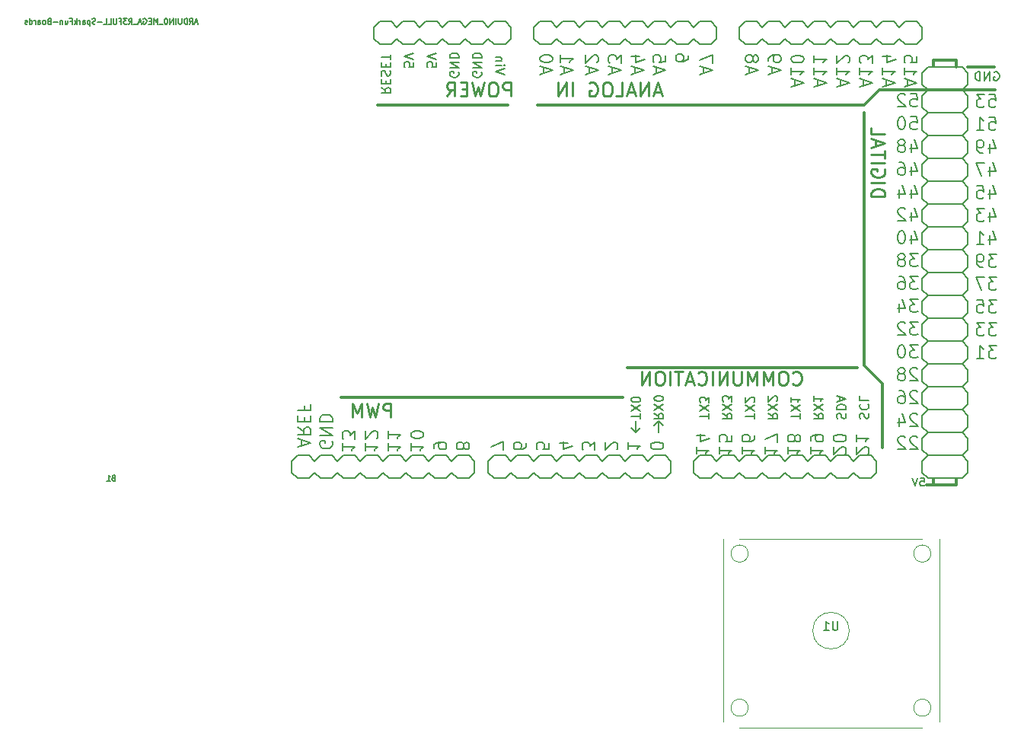
<source format=gbr>
G04 #@! TF.GenerationSoftware,KiCad,Pcbnew,(5.1.6)-1*
G04 #@! TF.CreationDate,2020-11-22T14:51:22+06:00*
G04 #@! TF.ProjectId,Logger,4c6f6767-6572-42e6-9b69-6361645f7063,rev?*
G04 #@! TF.SameCoordinates,Original*
G04 #@! TF.FileFunction,Legend,Bot*
G04 #@! TF.FilePolarity,Positive*
%FSLAX46Y46*%
G04 Gerber Fmt 4.6, Leading zero omitted, Abs format (unit mm)*
G04 Created by KiCad (PCBNEW (5.1.6)-1) date 2020-11-22 14:51:22*
%MOMM*%
%LPD*%
G01*
G04 APERTURE LIST*
%ADD10C,0.120000*%
%ADD11C,0.304800*%
%ADD12C,0.203200*%
%ADD13C,0.152400*%
%ADD14C,0.150000*%
%ADD15C,0.127000*%
%ADD16C,0.228600*%
G04 APERTURE END LIST*
D10*
X-32214000Y11740000D02*
G75*
G03*
X-32214000Y11740000I-2032000J0D01*
G01*
X-23133500Y3167500D02*
G75*
G03*
X-23133500Y3167500I-952500J0D01*
G01*
X-43453500Y3167500D02*
G75*
G03*
X-43453500Y3167500I-952500J0D01*
G01*
X-22181000Y11803500D02*
X-22181000Y1643500D01*
X-24086000Y945000D02*
X-44406000Y945000D01*
X-46184000Y1580000D02*
X-46184000Y11740000D01*
X-23133500Y20312500D02*
G75*
G03*
X-23133500Y20312500I-952500J0D01*
G01*
X-43453500Y20312500D02*
G75*
G03*
X-43453500Y20312500I-952500J0D01*
G01*
X-22181000Y21900000D02*
X-22181000Y11740000D01*
X-44406000Y21900000D02*
X-24086000Y21900000D01*
X-46184000Y11740000D02*
X-46184000Y21900000D01*
D11*
X-23608000Y27978800D02*
X-22846000Y27978800D01*
D12*
X-69836000Y77585000D02*
X-69836000Y78855000D01*
X-83171000Y79490000D02*
X-84441000Y79490000D01*
X-85076000Y78855000D02*
X-84441000Y79490000D01*
X-84441000Y76950000D02*
X-85076000Y77585000D01*
X-85076000Y77585000D02*
X-85076000Y78855000D01*
X-81901000Y79490000D02*
X-82536000Y78855000D01*
X-80631000Y79490000D02*
X-81901000Y79490000D01*
X-79996000Y78855000D02*
X-80631000Y79490000D01*
X-80631000Y76950000D02*
X-79996000Y77585000D01*
X-81901000Y76950000D02*
X-80631000Y76950000D01*
X-82536000Y77585000D02*
X-81901000Y76950000D01*
X-82536000Y78855000D02*
X-83171000Y79490000D01*
X-83171000Y76950000D02*
X-82536000Y77585000D01*
X-84441000Y76950000D02*
X-83171000Y76950000D01*
X-75551000Y79490000D02*
X-76821000Y79490000D01*
X-77456000Y78855000D02*
X-76821000Y79490000D01*
X-76821000Y76950000D02*
X-77456000Y77585000D01*
X-79361000Y79490000D02*
X-79996000Y78855000D01*
X-78091000Y79490000D02*
X-79361000Y79490000D01*
X-77456000Y78855000D02*
X-78091000Y79490000D01*
X-78091000Y76950000D02*
X-77456000Y77585000D01*
X-79361000Y76950000D02*
X-78091000Y76950000D01*
X-79996000Y77585000D02*
X-79361000Y76950000D01*
X-74281000Y79490000D02*
X-74916000Y78855000D01*
X-73011000Y79490000D02*
X-74281000Y79490000D01*
X-72376000Y78855000D02*
X-73011000Y79490000D01*
X-73011000Y76950000D02*
X-72376000Y77585000D01*
X-74281000Y76950000D02*
X-73011000Y76950000D01*
X-74916000Y77585000D02*
X-74281000Y76950000D01*
X-74916000Y78855000D02*
X-75551000Y79490000D01*
X-75551000Y76950000D02*
X-74916000Y77585000D01*
X-76821000Y76950000D02*
X-75551000Y76950000D01*
X-71741000Y79490000D02*
X-72376000Y78855000D01*
X-70471000Y79490000D02*
X-71741000Y79490000D01*
X-69836000Y78855000D02*
X-70471000Y79490000D01*
X-70471000Y76950000D02*
X-69836000Y77585000D01*
X-71741000Y76950000D02*
X-70471000Y76950000D01*
X-72376000Y77585000D02*
X-71741000Y76950000D01*
D11*
X-70217000Y70193600D02*
X-84695000Y70193600D01*
D12*
X-53453000Y35040000D02*
X-53961000Y34532000D01*
X-52947540Y34532000D02*
X-53453000Y35040000D01*
X-53453000Y33770000D02*
X-53453000Y35040000D01*
X-55993000Y33770000D02*
X-55485000Y34278000D01*
X-56501000Y34278000D02*
X-55993000Y33770000D01*
X-55993000Y35040000D02*
X-55993000Y33770000D01*
D11*
X-19036000Y74410000D02*
X-16041340Y74410000D01*
X-30567600Y41212200D02*
X-28535600Y39180200D01*
X-28891200Y71895400D02*
X-16013400Y71895400D01*
X-30593000Y70193600D02*
X-28891200Y71895400D01*
X-30593000Y70193600D02*
X-66915000Y70193600D01*
X-20306000Y75222800D02*
X-20306000Y74460800D01*
X-22846000Y75222800D02*
X-20306000Y75222800D01*
X-22846000Y74486200D02*
X-22846000Y75222800D01*
X-20306000Y27978800D02*
X-20306000Y28639200D01*
X-22846000Y27978800D02*
X-20306000Y27978800D01*
X-22846000Y28616340D02*
X-22846000Y27978800D01*
X-28535600Y39180200D02*
X-28535600Y32119000D01*
X-30567600Y41212200D02*
X-30567600Y69330000D01*
X-56882000Y41009000D02*
X-31355000Y41009000D01*
X-57390000Y37707000D02*
X-88759000Y37707000D01*
D12*
X-19671000Y31230000D02*
X-23481000Y31230000D01*
X-23481000Y28690000D02*
X-19671000Y28690000D01*
X-19036000Y29325000D02*
X-19036000Y30595000D01*
X-24116000Y30595000D02*
X-23481000Y31230000D01*
X-23481000Y28690000D02*
X-24116000Y29325000D01*
X-24116000Y29325000D02*
X-24116000Y30595000D01*
X-19036000Y30595000D02*
X-19671000Y31230000D01*
X-19671000Y28690000D02*
X-19036000Y29325000D01*
X-19671000Y74410000D02*
X-23481000Y74410000D01*
X-23481000Y71870000D02*
X-19671000Y71870000D01*
X-19036000Y72505000D02*
X-19036000Y73775000D01*
X-24116000Y73775000D02*
X-23481000Y74410000D01*
X-23481000Y71870000D02*
X-24116000Y72505000D01*
X-24116000Y72505000D02*
X-24116000Y73775000D01*
X-19036000Y73775000D02*
X-19671000Y74410000D01*
X-19671000Y71870000D02*
X-19036000Y72505000D01*
D13*
X-19036000Y71235000D02*
X-19036000Y69965000D01*
X-19036000Y68695000D02*
X-19036000Y67425000D01*
X-19036000Y66155000D02*
X-19036000Y64885000D01*
X-19036000Y63615000D02*
X-19036000Y62345000D01*
X-19036000Y61075000D02*
X-19036000Y59805000D01*
X-19036000Y58535000D02*
X-19036000Y57265000D01*
X-19036000Y55995000D02*
X-19036000Y54725000D01*
X-19036000Y53455000D02*
X-19036000Y52185000D01*
X-23481000Y51550000D02*
X-19671000Y51550000D01*
X-23481000Y54090000D02*
X-19671000Y54090000D01*
X-23481000Y56630000D02*
X-19671000Y56630000D01*
X-23481000Y59170000D02*
X-19671000Y59170000D01*
X-23481000Y61710000D02*
X-19671000Y61710000D01*
X-23481000Y64250000D02*
X-19671000Y64250000D01*
X-23481000Y66790000D02*
X-19671000Y66790000D01*
X-23481000Y69330000D02*
X-19671000Y69330000D01*
X-19671000Y56630000D02*
X-19036000Y55995000D01*
X-19671000Y54090000D02*
X-19036000Y54725000D01*
X-19671000Y54090000D02*
X-19036000Y53455000D01*
X-19671000Y51550000D02*
X-19036000Y52185000D01*
X-24116000Y52185000D02*
X-23481000Y51550000D01*
X-24116000Y53455000D02*
X-24116000Y52185000D01*
X-23481000Y54090000D02*
X-24116000Y53455000D01*
X-24116000Y54725000D02*
X-23481000Y54090000D01*
X-24116000Y55995000D02*
X-24116000Y54725000D01*
X-23481000Y56630000D02*
X-24116000Y55995000D01*
X-24116000Y57265000D02*
X-23481000Y56630000D01*
X-24116000Y58535000D02*
X-24116000Y57265000D01*
X-23481000Y59170000D02*
X-24116000Y58535000D01*
X-24116000Y59805000D02*
X-23481000Y59170000D01*
X-24116000Y61075000D02*
X-24116000Y59805000D01*
X-23481000Y61710000D02*
X-24116000Y61075000D01*
X-24116000Y62345000D02*
X-23481000Y61710000D01*
X-24116000Y63615000D02*
X-24116000Y62345000D01*
X-23481000Y64250000D02*
X-24116000Y63615000D01*
X-24116000Y64885000D02*
X-23481000Y64250000D01*
X-24116000Y66155000D02*
X-24116000Y64885000D01*
X-23481000Y66790000D02*
X-24116000Y66155000D01*
X-24116000Y67425000D02*
X-23481000Y66790000D01*
X-24116000Y68695000D02*
X-24116000Y67425000D01*
X-23481000Y69330000D02*
X-24116000Y68695000D01*
X-24116000Y69965000D02*
X-23481000Y69330000D01*
X-24116000Y71235000D02*
X-24116000Y69965000D01*
X-23481000Y71870000D02*
X-24116000Y71235000D01*
X-19036000Y57265000D02*
X-19671000Y56630000D01*
X-19671000Y59170000D02*
X-19036000Y58535000D01*
X-19036000Y59805000D02*
X-19671000Y59170000D01*
X-19671000Y61710000D02*
X-19036000Y61075000D01*
X-19036000Y62345000D02*
X-19671000Y61710000D01*
X-19671000Y64250000D02*
X-19036000Y63615000D01*
X-19036000Y64885000D02*
X-19671000Y64250000D01*
X-19671000Y66790000D02*
X-19036000Y66155000D01*
X-19036000Y67425000D02*
X-19671000Y66790000D01*
X-19671000Y69330000D02*
X-19036000Y68695000D01*
X-19036000Y69965000D02*
X-19671000Y69330000D01*
X-19671000Y71870000D02*
X-19036000Y71235000D01*
X-19036000Y50915000D02*
X-19036000Y49645000D01*
X-19036000Y48375000D02*
X-19036000Y47105000D01*
X-19036000Y45835000D02*
X-19036000Y44565000D01*
X-19036000Y43295000D02*
X-19036000Y42025000D01*
X-19036000Y40755000D02*
X-19036000Y39485000D01*
X-19036000Y38215000D02*
X-19036000Y36945000D01*
X-19036000Y35675000D02*
X-19036000Y34405000D01*
X-19036000Y33135000D02*
X-19036000Y31865000D01*
X-23481000Y33770000D02*
X-19671000Y33770000D01*
X-23481000Y36310000D02*
X-19671000Y36310000D01*
X-23481000Y38850000D02*
X-19671000Y38850000D01*
X-23481000Y41390000D02*
X-19671000Y41390000D01*
X-23481000Y43930000D02*
X-19671000Y43930000D01*
X-23481000Y46470000D02*
X-19671000Y46470000D01*
X-23481000Y49010000D02*
X-19671000Y49010000D01*
X-19671000Y36310000D02*
X-19036000Y35675000D01*
X-19671000Y33770000D02*
X-19036000Y34405000D01*
X-19671000Y33770000D02*
X-19036000Y33135000D01*
X-19671000Y31230000D02*
X-19036000Y31865000D01*
X-24116000Y31865000D02*
X-23481000Y31230000D01*
X-24116000Y33135000D02*
X-24116000Y31865000D01*
X-23481000Y33770000D02*
X-24116000Y33135000D01*
X-24116000Y34405000D02*
X-23481000Y33770000D01*
X-24116000Y35675000D02*
X-24116000Y34405000D01*
X-23481000Y36310000D02*
X-24116000Y35675000D01*
X-24116000Y36945000D02*
X-23481000Y36310000D01*
X-24116000Y38215000D02*
X-24116000Y36945000D01*
X-23481000Y38850000D02*
X-24116000Y38215000D01*
X-24116000Y39485000D02*
X-23481000Y38850000D01*
X-24116000Y40755000D02*
X-24116000Y39485000D01*
X-23481000Y41390000D02*
X-24116000Y40755000D01*
X-24116000Y42025000D02*
X-23481000Y41390000D01*
X-24116000Y43295000D02*
X-24116000Y42025000D01*
X-23481000Y43930000D02*
X-24116000Y43295000D01*
X-24116000Y44565000D02*
X-23481000Y43930000D01*
X-24116000Y45835000D02*
X-24116000Y44565000D01*
X-23481000Y46470000D02*
X-24116000Y45835000D01*
X-24116000Y47105000D02*
X-23481000Y46470000D01*
X-24116000Y48375000D02*
X-24116000Y47105000D01*
X-23481000Y49010000D02*
X-24116000Y48375000D01*
X-24116000Y49645000D02*
X-23481000Y49010000D01*
X-24116000Y50915000D02*
X-24116000Y49645000D01*
X-23481000Y51550000D02*
X-24116000Y50915000D01*
X-19036000Y36945000D02*
X-19671000Y36310000D01*
X-19671000Y38850000D02*
X-19036000Y38215000D01*
X-19036000Y39485000D02*
X-19671000Y38850000D01*
X-19671000Y41390000D02*
X-19036000Y40755000D01*
X-19036000Y42025000D02*
X-19671000Y41390000D01*
X-19671000Y43930000D02*
X-19036000Y43295000D01*
X-19036000Y44565000D02*
X-19671000Y43930000D01*
X-19671000Y46470000D02*
X-19036000Y45835000D01*
X-19036000Y47105000D02*
X-19671000Y46470000D01*
X-19671000Y49010000D02*
X-19036000Y48375000D01*
X-19036000Y49645000D02*
X-19671000Y49010000D01*
X-19671000Y51550000D02*
X-19036000Y50915000D01*
D12*
X-74532460Y31230000D02*
X-75805000Y31230000D01*
X-76440000Y30595000D02*
X-75805000Y31230000D01*
X-75805000Y28690000D02*
X-76440000Y29325000D01*
X-73900000Y30595000D02*
X-74532460Y31230000D01*
X-73900000Y29325000D02*
X-73900000Y30595000D01*
X-74532460Y28690000D02*
X-73900000Y29325000D01*
X-75805000Y28690000D02*
X-74532460Y28690000D01*
X-92315000Y31230000D02*
X-93585000Y31230000D01*
X-94220000Y30595000D02*
X-93585000Y31230000D01*
X-93585000Y28690000D02*
X-94220000Y29325000D01*
X-94220000Y29325000D02*
X-94220000Y30595000D01*
X-91045000Y31230000D02*
X-91680000Y30595000D01*
X-89775000Y31230000D02*
X-91045000Y31230000D01*
X-89140000Y30595000D02*
X-89775000Y31230000D01*
X-89775000Y28690000D02*
X-89140000Y29325000D01*
X-91045000Y28690000D02*
X-89775000Y28690000D01*
X-91680000Y29325000D02*
X-91045000Y28690000D01*
X-91680000Y30595000D02*
X-92315000Y31230000D01*
X-92315000Y28690000D02*
X-91680000Y29325000D01*
X-93585000Y28690000D02*
X-92315000Y28690000D01*
X-84695000Y31230000D02*
X-85965000Y31230000D01*
X-86600000Y30595000D02*
X-85965000Y31230000D01*
X-85965000Y28690000D02*
X-86600000Y29325000D01*
X-88505000Y31230000D02*
X-89140000Y30595000D01*
X-87235000Y31230000D02*
X-88505000Y31230000D01*
X-86600000Y30595000D02*
X-87235000Y31230000D01*
X-87235000Y28690000D02*
X-86600000Y29325000D01*
X-88505000Y28690000D02*
X-87235000Y28690000D01*
X-89140000Y29325000D02*
X-88505000Y28690000D01*
X-83425000Y31230000D02*
X-84060000Y30595000D01*
X-82155000Y31230000D02*
X-83425000Y31230000D01*
X-81520000Y30595000D02*
X-82155000Y31230000D01*
X-82155000Y28690000D02*
X-81520000Y29325000D01*
X-83425000Y28690000D02*
X-82155000Y28690000D01*
X-84060000Y29325000D02*
X-83425000Y28690000D01*
X-84060000Y30595000D02*
X-84695000Y31230000D01*
X-84695000Y28690000D02*
X-84060000Y29325000D01*
X-85965000Y28690000D02*
X-84695000Y28690000D01*
X-77075000Y31230000D02*
X-78345000Y31230000D01*
X-78980000Y30595000D02*
X-78345000Y31230000D01*
X-78345000Y28690000D02*
X-78980000Y29325000D01*
X-80885000Y31230000D02*
X-81520000Y30595000D01*
X-79615000Y31230000D02*
X-80885000Y31230000D01*
X-78980000Y30595000D02*
X-79615000Y31230000D01*
X-79615000Y28690000D02*
X-78980000Y29325000D01*
X-80885000Y28690000D02*
X-79615000Y28690000D01*
X-81520000Y29325000D02*
X-80885000Y28690000D01*
X-76440000Y30595000D02*
X-77075000Y31230000D01*
X-77075000Y28690000D02*
X-76440000Y29325000D01*
X-78345000Y28690000D02*
X-77075000Y28690000D01*
X-52691000Y31230000D02*
X-53961000Y31230000D01*
X-54596000Y30595000D02*
X-53961000Y31230000D01*
X-53961000Y28690000D02*
X-54596000Y29325000D01*
X-52056000Y30595000D02*
X-52691000Y31230000D01*
X-52056000Y29325000D02*
X-52056000Y30595000D01*
X-52691000Y28690000D02*
X-52056000Y29325000D01*
X-53961000Y28690000D02*
X-52691000Y28690000D01*
X-70471000Y31230000D02*
X-71741000Y31230000D01*
X-72376000Y30595000D02*
X-71741000Y31230000D01*
X-71741000Y28690000D02*
X-72376000Y29325000D01*
X-72376000Y29325000D02*
X-72376000Y30595000D01*
X-69201000Y31230000D02*
X-69836000Y30595000D01*
X-67931000Y31230000D02*
X-69201000Y31230000D01*
X-67296000Y30595000D02*
X-67931000Y31230000D01*
X-67931000Y28690000D02*
X-67296000Y29325000D01*
X-69201000Y28690000D02*
X-67931000Y28690000D01*
X-69836000Y29325000D02*
X-69201000Y28690000D01*
X-69836000Y30595000D02*
X-70471000Y31230000D01*
X-70471000Y28690000D02*
X-69836000Y29325000D01*
X-71741000Y28690000D02*
X-70471000Y28690000D01*
X-62851000Y31230000D02*
X-64121000Y31230000D01*
X-64756000Y30595000D02*
X-64121000Y31230000D01*
X-64121000Y28690000D02*
X-64756000Y29325000D01*
X-66661000Y31230000D02*
X-67296000Y30595000D01*
X-65391000Y31230000D02*
X-66661000Y31230000D01*
X-64756000Y30595000D02*
X-65391000Y31230000D01*
X-65391000Y28690000D02*
X-64756000Y29325000D01*
X-66661000Y28690000D02*
X-65391000Y28690000D01*
X-67296000Y29325000D02*
X-66661000Y28690000D01*
X-61581000Y31230000D02*
X-62216000Y30595000D01*
X-60311000Y31230000D02*
X-61581000Y31230000D01*
X-59676000Y30595000D02*
X-60311000Y31230000D01*
X-60311000Y28690000D02*
X-59676000Y29325000D01*
X-61581000Y28690000D02*
X-60311000Y28690000D01*
X-62216000Y29325000D02*
X-61581000Y28690000D01*
X-62216000Y30595000D02*
X-62851000Y31230000D01*
X-62851000Y28690000D02*
X-62216000Y29325000D01*
X-64121000Y28690000D02*
X-62851000Y28690000D01*
X-55231000Y31230000D02*
X-56501000Y31230000D01*
X-57136000Y30595000D02*
X-56501000Y31230000D01*
X-56501000Y28690000D02*
X-57136000Y29325000D01*
X-59041000Y31230000D02*
X-59676000Y30595000D01*
X-57771000Y31230000D02*
X-59041000Y31230000D01*
X-57136000Y30595000D02*
X-57771000Y31230000D01*
X-57771000Y28690000D02*
X-57136000Y29325000D01*
X-59041000Y28690000D02*
X-57771000Y28690000D01*
X-59676000Y29325000D02*
X-59041000Y28690000D01*
X-54596000Y30595000D02*
X-55231000Y31230000D01*
X-55231000Y28690000D02*
X-54596000Y29325000D01*
X-56501000Y28690000D02*
X-55231000Y28690000D01*
X-47611000Y79490000D02*
X-48881000Y79490000D01*
X-49516000Y78855000D02*
X-48881000Y79490000D01*
X-48881000Y76950000D02*
X-49516000Y77585000D01*
X-46976000Y78855000D02*
X-47611000Y79490000D01*
X-46976000Y77585000D02*
X-46976000Y78855000D01*
X-47611000Y76950000D02*
X-46976000Y77585000D01*
X-48881000Y76950000D02*
X-47611000Y76950000D01*
X-65391000Y79490000D02*
X-66661000Y79490000D01*
X-67296000Y78855000D02*
X-66661000Y79490000D01*
X-66661000Y76950000D02*
X-67296000Y77585000D01*
X-67296000Y77585000D02*
X-67296000Y78855000D01*
X-64121000Y79490000D02*
X-64756000Y78855000D01*
X-62851000Y79490000D02*
X-64121000Y79490000D01*
X-62216000Y78855000D02*
X-62851000Y79490000D01*
X-62851000Y76950000D02*
X-62216000Y77585000D01*
X-64121000Y76950000D02*
X-62851000Y76950000D01*
X-64756000Y77585000D02*
X-64121000Y76950000D01*
X-64756000Y78855000D02*
X-65391000Y79490000D01*
X-65391000Y76950000D02*
X-64756000Y77585000D01*
X-66661000Y76950000D02*
X-65391000Y76950000D01*
X-57771000Y79490000D02*
X-59041000Y79490000D01*
X-59676000Y78855000D02*
X-59041000Y79490000D01*
X-59041000Y76950000D02*
X-59676000Y77585000D01*
X-61581000Y79490000D02*
X-62216000Y78855000D01*
X-60311000Y79490000D02*
X-61581000Y79490000D01*
X-59676000Y78855000D02*
X-60311000Y79490000D01*
X-60311000Y76950000D02*
X-59676000Y77585000D01*
X-61581000Y76950000D02*
X-60311000Y76950000D01*
X-62216000Y77585000D02*
X-61581000Y76950000D01*
X-56501000Y79490000D02*
X-57136000Y78855000D01*
X-55231000Y79490000D02*
X-56501000Y79490000D01*
X-54596000Y78855000D02*
X-55231000Y79490000D01*
X-55231000Y76950000D02*
X-54596000Y77585000D01*
X-56501000Y76950000D02*
X-55231000Y76950000D01*
X-57136000Y77585000D02*
X-56501000Y76950000D01*
X-57136000Y78855000D02*
X-57771000Y79490000D01*
X-57771000Y76950000D02*
X-57136000Y77585000D01*
X-59041000Y76950000D02*
X-57771000Y76950000D01*
X-50151000Y79490000D02*
X-51421000Y79490000D01*
X-52056000Y78855000D02*
X-51421000Y79490000D01*
X-51421000Y76950000D02*
X-52056000Y77585000D01*
X-53961000Y79490000D02*
X-54596000Y78855000D01*
X-52691000Y79490000D02*
X-53961000Y79490000D01*
X-52056000Y78855000D02*
X-52691000Y79490000D01*
X-52691000Y76950000D02*
X-52056000Y77585000D01*
X-53961000Y76950000D02*
X-52691000Y76950000D01*
X-54596000Y77585000D02*
X-53961000Y76950000D01*
X-49516000Y78855000D02*
X-50151000Y79490000D01*
X-50151000Y76950000D02*
X-49516000Y77585000D01*
X-51421000Y76950000D02*
X-50151000Y76950000D01*
X-29831000Y31230000D02*
X-31101000Y31230000D01*
X-31736000Y30595000D02*
X-31101000Y31230000D01*
X-31101000Y28690000D02*
X-31736000Y29325000D01*
X-29196000Y30595000D02*
X-29831000Y31230000D01*
X-29196000Y29325000D02*
X-29196000Y30595000D01*
X-29831000Y28690000D02*
X-29196000Y29325000D01*
X-31101000Y28690000D02*
X-29831000Y28690000D01*
X-47611000Y31230000D02*
X-48881000Y31230000D01*
X-49516000Y30595000D02*
X-48881000Y31230000D01*
X-48881000Y28690000D02*
X-49516000Y29325000D01*
X-49516000Y29325000D02*
X-49516000Y30595000D01*
X-46341000Y31230000D02*
X-46976000Y30595000D01*
X-45071000Y31230000D02*
X-46341000Y31230000D01*
X-44436000Y30595000D02*
X-45071000Y31230000D01*
X-45071000Y28690000D02*
X-44436000Y29325000D01*
X-46341000Y28690000D02*
X-45071000Y28690000D01*
X-46976000Y29325000D02*
X-46341000Y28690000D01*
X-46976000Y30595000D02*
X-47611000Y31230000D01*
X-47611000Y28690000D02*
X-46976000Y29325000D01*
X-48881000Y28690000D02*
X-47611000Y28690000D01*
X-39991000Y31230000D02*
X-41261000Y31230000D01*
X-41896000Y30595000D02*
X-41261000Y31230000D01*
X-41261000Y28690000D02*
X-41896000Y29325000D01*
X-43801000Y31230000D02*
X-44436000Y30595000D01*
X-42531000Y31230000D02*
X-43801000Y31230000D01*
X-41896000Y30595000D02*
X-42531000Y31230000D01*
X-42531000Y28690000D02*
X-41896000Y29325000D01*
X-43801000Y28690000D02*
X-42531000Y28690000D01*
X-44436000Y29325000D02*
X-43801000Y28690000D01*
X-38721000Y31230000D02*
X-39356000Y30595000D01*
X-37451000Y31230000D02*
X-38721000Y31230000D01*
X-36816000Y30595000D02*
X-37451000Y31230000D01*
X-37451000Y28690000D02*
X-36816000Y29325000D01*
X-38721000Y28690000D02*
X-37451000Y28690000D01*
X-39356000Y29325000D02*
X-38721000Y28690000D01*
X-39356000Y30595000D02*
X-39991000Y31230000D01*
X-39991000Y28690000D02*
X-39356000Y29325000D01*
X-41261000Y28690000D02*
X-39991000Y28690000D01*
X-32371000Y31230000D02*
X-33641000Y31230000D01*
X-34276000Y30595000D02*
X-33641000Y31230000D01*
X-33641000Y28690000D02*
X-34276000Y29325000D01*
X-36181000Y31230000D02*
X-36816000Y30595000D01*
X-34911000Y31230000D02*
X-36181000Y31230000D01*
X-34276000Y30595000D02*
X-34911000Y31230000D01*
X-34911000Y28690000D02*
X-34276000Y29325000D01*
X-36181000Y28690000D02*
X-34911000Y28690000D01*
X-36816000Y29325000D02*
X-36181000Y28690000D01*
X-31736000Y30595000D02*
X-32371000Y31230000D01*
X-32371000Y28690000D02*
X-31736000Y29325000D01*
X-33641000Y28690000D02*
X-32371000Y28690000D01*
X-24751000Y79490000D02*
X-26021000Y79490000D01*
X-26656000Y78855000D02*
X-26021000Y79490000D01*
X-26021000Y76950000D02*
X-26656000Y77585000D01*
X-24116000Y78855000D02*
X-24751000Y79490000D01*
X-24116000Y77585000D02*
X-24116000Y78855000D01*
X-24751000Y76950000D02*
X-24116000Y77585000D01*
X-26021000Y76950000D02*
X-24751000Y76950000D01*
X-42531000Y79490000D02*
X-43801000Y79490000D01*
X-44436000Y78855000D02*
X-43801000Y79490000D01*
X-43801000Y76950000D02*
X-44436000Y77585000D01*
X-44436000Y77585000D02*
X-44436000Y78855000D01*
X-41261000Y79490000D02*
X-41896000Y78855000D01*
X-39991000Y79490000D02*
X-41261000Y79490000D01*
X-39356000Y78855000D02*
X-39991000Y79490000D01*
X-39991000Y76950000D02*
X-39356000Y77585000D01*
X-41261000Y76950000D02*
X-39991000Y76950000D01*
X-41896000Y77585000D02*
X-41261000Y76950000D01*
X-41896000Y78855000D02*
X-42531000Y79490000D01*
X-42531000Y76950000D02*
X-41896000Y77585000D01*
X-43801000Y76950000D02*
X-42531000Y76950000D01*
X-34911000Y79490000D02*
X-36181000Y79490000D01*
X-36816000Y78855000D02*
X-36181000Y79490000D01*
X-36181000Y76950000D02*
X-36816000Y77585000D01*
X-38721000Y79490000D02*
X-39356000Y78855000D01*
X-37451000Y79490000D02*
X-38721000Y79490000D01*
X-36816000Y78855000D02*
X-37451000Y79490000D01*
X-37451000Y76950000D02*
X-36816000Y77585000D01*
X-38721000Y76950000D02*
X-37451000Y76950000D01*
X-39356000Y77585000D02*
X-38721000Y76950000D01*
X-33641000Y79490000D02*
X-34276000Y78855000D01*
X-32371000Y79490000D02*
X-33641000Y79490000D01*
X-31736000Y78855000D02*
X-32371000Y79490000D01*
X-32371000Y76950000D02*
X-31736000Y77585000D01*
X-33641000Y76950000D02*
X-32371000Y76950000D01*
X-34276000Y77585000D02*
X-33641000Y76950000D01*
X-34276000Y78855000D02*
X-34911000Y79490000D01*
X-34911000Y76950000D02*
X-34276000Y77585000D01*
X-36181000Y76950000D02*
X-34911000Y76950000D01*
X-27291000Y79490000D02*
X-28561000Y79490000D01*
X-29196000Y78855000D02*
X-28561000Y79490000D01*
X-28561000Y76950000D02*
X-29196000Y77585000D01*
X-31101000Y79490000D02*
X-31736000Y78855000D01*
X-29831000Y79490000D02*
X-31101000Y79490000D01*
X-29196000Y78855000D02*
X-29831000Y79490000D01*
X-29831000Y76950000D02*
X-29196000Y77585000D01*
X-31101000Y76950000D02*
X-29831000Y76950000D01*
X-31736000Y77585000D02*
X-31101000Y76950000D01*
X-26656000Y78855000D02*
X-27291000Y79490000D01*
X-27291000Y76950000D02*
X-26656000Y77585000D01*
X-28561000Y76950000D02*
X-27291000Y76950000D01*
D14*
X-33484095Y12787619D02*
X-33484095Y11978095D01*
X-33531714Y11882857D01*
X-33579333Y11835238D01*
X-33674571Y11787619D01*
X-33865047Y11787619D01*
X-33960285Y11835238D01*
X-34007904Y11882857D01*
X-34055523Y11978095D01*
X-34055523Y12787619D01*
X-35055523Y11787619D02*
X-34484095Y11787619D01*
X-34769809Y11787619D02*
X-34769809Y12787619D01*
X-34674571Y12644761D01*
X-34579333Y12549523D01*
X-34484095Y12501904D01*
D15*
X-114039257Y28733542D02*
X-114126342Y28704514D01*
X-114155371Y28675485D01*
X-114184400Y28617428D01*
X-114184400Y28530342D01*
X-114155371Y28472285D01*
X-114126342Y28443257D01*
X-114068285Y28414228D01*
X-113836057Y28414228D01*
X-113836057Y29023828D01*
X-114039257Y29023828D01*
X-114097314Y28994800D01*
X-114126342Y28965771D01*
X-114155371Y28907714D01*
X-114155371Y28849657D01*
X-114126342Y28791600D01*
X-114097314Y28762571D01*
X-114039257Y28733542D01*
X-113836057Y28733542D01*
X-114764971Y28414228D02*
X-114416628Y28414228D01*
X-114590800Y28414228D02*
X-114590800Y29023828D01*
X-114532742Y28936742D01*
X-114474685Y28878685D01*
X-114416628Y28849657D01*
X-104692057Y79388400D02*
X-104982342Y79388400D01*
X-104634000Y79214228D02*
X-104837200Y79823828D01*
X-105040400Y79214228D01*
X-105591942Y79214228D02*
X-105388742Y79504514D01*
X-105243600Y79214228D02*
X-105243600Y79823828D01*
X-105475828Y79823828D01*
X-105533885Y79794800D01*
X-105562914Y79765771D01*
X-105591942Y79707714D01*
X-105591942Y79620628D01*
X-105562914Y79562571D01*
X-105533885Y79533542D01*
X-105475828Y79504514D01*
X-105243600Y79504514D01*
X-105853200Y79214228D02*
X-105853200Y79823828D01*
X-105998342Y79823828D01*
X-106085428Y79794800D01*
X-106143485Y79736742D01*
X-106172514Y79678685D01*
X-106201542Y79562571D01*
X-106201542Y79475485D01*
X-106172514Y79359371D01*
X-106143485Y79301314D01*
X-106085428Y79243257D01*
X-105998342Y79214228D01*
X-105853200Y79214228D01*
X-106462800Y79823828D02*
X-106462800Y79330342D01*
X-106491828Y79272285D01*
X-106520857Y79243257D01*
X-106578914Y79214228D01*
X-106695028Y79214228D01*
X-106753085Y79243257D01*
X-106782114Y79272285D01*
X-106811142Y79330342D01*
X-106811142Y79823828D01*
X-107101428Y79214228D02*
X-107101428Y79823828D01*
X-107391714Y79214228D02*
X-107391714Y79823828D01*
X-107740057Y79214228D01*
X-107740057Y79823828D01*
X-108146457Y79823828D02*
X-108262571Y79823828D01*
X-108320628Y79794800D01*
X-108378685Y79736742D01*
X-108407714Y79620628D01*
X-108407714Y79417428D01*
X-108378685Y79301314D01*
X-108320628Y79243257D01*
X-108262571Y79214228D01*
X-108146457Y79214228D01*
X-108088400Y79243257D01*
X-108030342Y79301314D01*
X-108001314Y79417428D01*
X-108001314Y79620628D01*
X-108030342Y79736742D01*
X-108088400Y79794800D01*
X-108146457Y79823828D01*
X-108523828Y79156171D02*
X-108988285Y79156171D01*
X-109133428Y79214228D02*
X-109133428Y79823828D01*
X-109336628Y79388400D01*
X-109539828Y79823828D01*
X-109539828Y79214228D01*
X-109830114Y79533542D02*
X-110033314Y79533542D01*
X-110120400Y79214228D02*
X-109830114Y79214228D01*
X-109830114Y79823828D01*
X-110120400Y79823828D01*
X-110700971Y79794800D02*
X-110642914Y79823828D01*
X-110555828Y79823828D01*
X-110468742Y79794800D01*
X-110410685Y79736742D01*
X-110381657Y79678685D01*
X-110352628Y79562571D01*
X-110352628Y79475485D01*
X-110381657Y79359371D01*
X-110410685Y79301314D01*
X-110468742Y79243257D01*
X-110555828Y79214228D01*
X-110613885Y79214228D01*
X-110700971Y79243257D01*
X-110730000Y79272285D01*
X-110730000Y79475485D01*
X-110613885Y79475485D01*
X-110962228Y79388400D02*
X-111252514Y79388400D01*
X-110904171Y79214228D02*
X-111107371Y79823828D01*
X-111310571Y79214228D01*
X-111368628Y79156171D02*
X-111833085Y79156171D01*
X-112326571Y79214228D02*
X-112123371Y79504514D01*
X-111978228Y79214228D02*
X-111978228Y79823828D01*
X-112210457Y79823828D01*
X-112268514Y79794800D01*
X-112297542Y79765771D01*
X-112326571Y79707714D01*
X-112326571Y79620628D01*
X-112297542Y79562571D01*
X-112268514Y79533542D01*
X-112210457Y79504514D01*
X-111978228Y79504514D01*
X-112529771Y79823828D02*
X-112907142Y79823828D01*
X-112703942Y79591600D01*
X-112791028Y79591600D01*
X-112849085Y79562571D01*
X-112878114Y79533542D01*
X-112907142Y79475485D01*
X-112907142Y79330342D01*
X-112878114Y79272285D01*
X-112849085Y79243257D01*
X-112791028Y79214228D01*
X-112616857Y79214228D01*
X-112558800Y79243257D01*
X-112529771Y79272285D01*
X-113371600Y79533542D02*
X-113168400Y79533542D01*
X-113168400Y79214228D02*
X-113168400Y79823828D01*
X-113458685Y79823828D01*
X-113690914Y79823828D02*
X-113690914Y79330342D01*
X-113719942Y79272285D01*
X-113748971Y79243257D01*
X-113807028Y79214228D01*
X-113923142Y79214228D01*
X-113981200Y79243257D01*
X-114010228Y79272285D01*
X-114039257Y79330342D01*
X-114039257Y79823828D01*
X-114619828Y79214228D02*
X-114329542Y79214228D01*
X-114329542Y79823828D01*
X-115113314Y79214228D02*
X-114823028Y79214228D01*
X-114823028Y79823828D01*
X-115316514Y79446457D02*
X-115780971Y79446457D01*
X-116042228Y79243257D02*
X-116129314Y79214228D01*
X-116274457Y79214228D01*
X-116332514Y79243257D01*
X-116361542Y79272285D01*
X-116390571Y79330342D01*
X-116390571Y79388400D01*
X-116361542Y79446457D01*
X-116332514Y79475485D01*
X-116274457Y79504514D01*
X-116158342Y79533542D01*
X-116100285Y79562571D01*
X-116071257Y79591600D01*
X-116042228Y79649657D01*
X-116042228Y79707714D01*
X-116071257Y79765771D01*
X-116100285Y79794800D01*
X-116158342Y79823828D01*
X-116303485Y79823828D01*
X-116390571Y79794800D01*
X-116651828Y79620628D02*
X-116651828Y79011028D01*
X-116651828Y79591600D02*
X-116709885Y79620628D01*
X-116826000Y79620628D01*
X-116884057Y79591600D01*
X-116913085Y79562571D01*
X-116942114Y79504514D01*
X-116942114Y79330342D01*
X-116913085Y79272285D01*
X-116884057Y79243257D01*
X-116826000Y79214228D01*
X-116709885Y79214228D01*
X-116651828Y79243257D01*
X-117464628Y79214228D02*
X-117464628Y79533542D01*
X-117435600Y79591600D01*
X-117377542Y79620628D01*
X-117261428Y79620628D01*
X-117203371Y79591600D01*
X-117464628Y79243257D02*
X-117406571Y79214228D01*
X-117261428Y79214228D01*
X-117203371Y79243257D01*
X-117174342Y79301314D01*
X-117174342Y79359371D01*
X-117203371Y79417428D01*
X-117261428Y79446457D01*
X-117406571Y79446457D01*
X-117464628Y79475485D01*
X-117754914Y79214228D02*
X-117754914Y79620628D01*
X-117754914Y79504514D02*
X-117783942Y79562571D01*
X-117812971Y79591600D01*
X-117871028Y79620628D01*
X-117929085Y79620628D01*
X-118132285Y79214228D02*
X-118132285Y79823828D01*
X-118190342Y79446457D02*
X-118364514Y79214228D01*
X-118364514Y79620628D02*
X-118132285Y79388400D01*
X-118828971Y79533542D02*
X-118625771Y79533542D01*
X-118625771Y79214228D02*
X-118625771Y79823828D01*
X-118916057Y79823828D01*
X-119409542Y79620628D02*
X-119409542Y79214228D01*
X-119148285Y79620628D02*
X-119148285Y79301314D01*
X-119177314Y79243257D01*
X-119235371Y79214228D01*
X-119322457Y79214228D01*
X-119380514Y79243257D01*
X-119409542Y79272285D01*
X-119699828Y79620628D02*
X-119699828Y79214228D01*
X-119699828Y79562571D02*
X-119728857Y79591600D01*
X-119786914Y79620628D01*
X-119874000Y79620628D01*
X-119932057Y79591600D01*
X-119961085Y79533542D01*
X-119961085Y79214228D01*
X-120251371Y79446457D02*
X-120715828Y79446457D01*
X-121209314Y79533542D02*
X-121296400Y79504514D01*
X-121325428Y79475485D01*
X-121354457Y79417428D01*
X-121354457Y79330342D01*
X-121325428Y79272285D01*
X-121296400Y79243257D01*
X-121238342Y79214228D01*
X-121006114Y79214228D01*
X-121006114Y79823828D01*
X-121209314Y79823828D01*
X-121267371Y79794800D01*
X-121296400Y79765771D01*
X-121325428Y79707714D01*
X-121325428Y79649657D01*
X-121296400Y79591600D01*
X-121267371Y79562571D01*
X-121209314Y79533542D01*
X-121006114Y79533542D01*
X-121702800Y79214228D02*
X-121644742Y79243257D01*
X-121615714Y79272285D01*
X-121586685Y79330342D01*
X-121586685Y79504514D01*
X-121615714Y79562571D01*
X-121644742Y79591600D01*
X-121702800Y79620628D01*
X-121789885Y79620628D01*
X-121847942Y79591600D01*
X-121876971Y79562571D01*
X-121906000Y79504514D01*
X-121906000Y79330342D01*
X-121876971Y79272285D01*
X-121847942Y79243257D01*
X-121789885Y79214228D01*
X-121702800Y79214228D01*
X-122428514Y79214228D02*
X-122428514Y79533542D01*
X-122399485Y79591600D01*
X-122341428Y79620628D01*
X-122225314Y79620628D01*
X-122167257Y79591600D01*
X-122428514Y79243257D02*
X-122370457Y79214228D01*
X-122225314Y79214228D01*
X-122167257Y79243257D01*
X-122138228Y79301314D01*
X-122138228Y79359371D01*
X-122167257Y79417428D01*
X-122225314Y79446457D01*
X-122370457Y79446457D01*
X-122428514Y79475485D01*
X-122718800Y79214228D02*
X-122718800Y79620628D01*
X-122718800Y79504514D02*
X-122747828Y79562571D01*
X-122776857Y79591600D01*
X-122834914Y79620628D01*
X-122892971Y79620628D01*
X-123357428Y79214228D02*
X-123357428Y79823828D01*
X-123357428Y79243257D02*
X-123299371Y79214228D01*
X-123183257Y79214228D01*
X-123125200Y79243257D01*
X-123096171Y79272285D01*
X-123067142Y79330342D01*
X-123067142Y79504514D01*
X-123096171Y79562571D01*
X-123125200Y79591600D01*
X-123183257Y79620628D01*
X-123299371Y79620628D01*
X-123357428Y79591600D01*
X-123618685Y79243257D02*
X-123676742Y79214228D01*
X-123792857Y79214228D01*
X-123850914Y79243257D01*
X-123879942Y79301314D01*
X-123879942Y79330342D01*
X-123850914Y79388400D01*
X-123792857Y79417428D01*
X-123705771Y79417428D01*
X-123647714Y79446457D01*
X-123618685Y79504514D01*
X-123618685Y79533542D01*
X-123647714Y79591600D01*
X-123705771Y79620628D01*
X-123792857Y79620628D01*
X-123850914Y79591600D01*
X-24327666Y28732333D02*
X-23904333Y28732333D01*
X-23862000Y28309000D01*
X-23904333Y28351333D01*
X-23989000Y28393666D01*
X-24200666Y28393666D01*
X-24285333Y28351333D01*
X-24327666Y28309000D01*
X-24370000Y28224333D01*
X-24370000Y28012666D01*
X-24327666Y27928000D01*
X-24285333Y27885666D01*
X-24200666Y27843333D01*
X-23989000Y27843333D01*
X-23904333Y27885666D01*
X-23862000Y27928000D01*
X-24624000Y28732333D02*
X-24920333Y27843333D01*
X-25216666Y28732333D01*
D12*
X-93108326Y32279866D02*
X-93108326Y32957200D01*
X-93514726Y32144400D02*
X-92092326Y32618533D01*
X-93514726Y33092666D01*
X-93514726Y34379600D02*
X-92837393Y33905466D01*
X-93514726Y33566800D02*
X-92092326Y33566800D01*
X-92092326Y34108666D01*
X-92160060Y34244133D01*
X-92227793Y34311866D01*
X-92363260Y34379600D01*
X-92566460Y34379600D01*
X-92701926Y34311866D01*
X-92769660Y34244133D01*
X-92837393Y34108666D01*
X-92837393Y33566800D01*
X-92769660Y34989200D02*
X-92769660Y35463333D01*
X-93514726Y35666533D02*
X-93514726Y34989200D01*
X-92092326Y34989200D01*
X-92092326Y35666533D01*
X-92769660Y36750266D02*
X-92769660Y36276133D01*
X-93514726Y36276133D02*
X-92092326Y36276133D01*
X-92092326Y36953466D01*
X-89749600Y32787866D02*
X-89681866Y32652400D01*
X-89681866Y32449200D01*
X-89749600Y32246000D01*
X-89885066Y32110533D01*
X-90020533Y32042800D01*
X-90291466Y31975066D01*
X-90494666Y31975066D01*
X-90765600Y32042800D01*
X-90901066Y32110533D01*
X-91036533Y32246000D01*
X-91104266Y32449200D01*
X-91104266Y32584666D01*
X-91036533Y32787866D01*
X-90968800Y32855600D01*
X-90494666Y32855600D01*
X-90494666Y32584666D01*
X-91104266Y33465200D02*
X-89681866Y33465200D01*
X-91104266Y34278000D01*
X-89681866Y34278000D01*
X-91104266Y34955333D02*
X-89681866Y34955333D01*
X-89681866Y35294000D01*
X-89749600Y35497200D01*
X-89885066Y35632666D01*
X-90020533Y35700400D01*
X-90291466Y35768133D01*
X-90494666Y35768133D01*
X-90765600Y35700400D01*
X-90901066Y35632666D01*
X-91036533Y35497200D01*
X-91104266Y35294000D01*
X-91104266Y34955333D01*
D13*
X-70549619Y73598409D02*
X-71565619Y73937076D01*
X-70549619Y74275742D01*
X-71565619Y74614409D02*
X-70888285Y74614409D01*
X-70549619Y74614409D02*
X-70598000Y74566028D01*
X-70646380Y74614409D01*
X-70598000Y74662790D01*
X-70549619Y74614409D01*
X-70646380Y74614409D01*
X-70888285Y75098219D02*
X-71565619Y75098219D01*
X-70985047Y75098219D02*
X-70936666Y75146600D01*
X-70888285Y75243361D01*
X-70888285Y75388504D01*
X-70936666Y75485266D01*
X-71033428Y75533647D01*
X-71565619Y75533647D01*
X-73138000Y73864504D02*
X-73089619Y73767742D01*
X-73089619Y73622600D01*
X-73138000Y73477457D01*
X-73234761Y73380695D01*
X-73331523Y73332314D01*
X-73525047Y73283933D01*
X-73670190Y73283933D01*
X-73863714Y73332314D01*
X-73960476Y73380695D01*
X-74057238Y73477457D01*
X-74105619Y73622600D01*
X-74105619Y73719361D01*
X-74057238Y73864504D01*
X-74008857Y73912885D01*
X-73670190Y73912885D01*
X-73670190Y73719361D01*
X-74105619Y74348314D02*
X-73089619Y74348314D01*
X-74105619Y74928885D01*
X-73089619Y74928885D01*
X-74105619Y75412695D02*
X-73089619Y75412695D01*
X-73089619Y75654600D01*
X-73138000Y75799742D01*
X-73234761Y75896504D01*
X-73331523Y75944885D01*
X-73525047Y75993266D01*
X-73670190Y75993266D01*
X-73863714Y75944885D01*
X-73960476Y75896504D01*
X-74057238Y75799742D01*
X-74105619Y75654600D01*
X-74105619Y75412695D01*
X-75678000Y73864504D02*
X-75629619Y73767742D01*
X-75629619Y73622600D01*
X-75678000Y73477457D01*
X-75774761Y73380695D01*
X-75871523Y73332314D01*
X-76065047Y73283933D01*
X-76210190Y73283933D01*
X-76403714Y73332314D01*
X-76500476Y73380695D01*
X-76597238Y73477457D01*
X-76645619Y73622600D01*
X-76645619Y73719361D01*
X-76597238Y73864504D01*
X-76548857Y73912885D01*
X-76210190Y73912885D01*
X-76210190Y73719361D01*
X-76645619Y74348314D02*
X-75629619Y74348314D01*
X-76645619Y74928885D01*
X-75629619Y74928885D01*
X-76645619Y75412695D02*
X-75629619Y75412695D01*
X-75629619Y75654600D01*
X-75678000Y75799742D01*
X-75774761Y75896504D01*
X-75871523Y75944885D01*
X-76065047Y75993266D01*
X-76210190Y75993266D01*
X-76403714Y75944885D01*
X-76500476Y75896504D01*
X-76597238Y75799742D01*
X-76645619Y75654600D01*
X-76645619Y75412695D01*
X-78169619Y74953076D02*
X-78169619Y74469266D01*
X-78653428Y74420885D01*
X-78605047Y74469266D01*
X-78556666Y74566028D01*
X-78556666Y74807933D01*
X-78605047Y74904695D01*
X-78653428Y74953076D01*
X-78750190Y75001457D01*
X-78992095Y75001457D01*
X-79088857Y74953076D01*
X-79137238Y74904695D01*
X-79185619Y74807933D01*
X-79185619Y74566028D01*
X-79137238Y74469266D01*
X-79088857Y74420885D01*
X-78169619Y75291742D02*
X-79185619Y75630409D01*
X-78169619Y75969076D01*
X-80709619Y74953076D02*
X-80709619Y74469266D01*
X-81193428Y74420885D01*
X-81145047Y74469266D01*
X-81096666Y74566028D01*
X-81096666Y74807933D01*
X-81145047Y74904695D01*
X-81193428Y74953076D01*
X-81290190Y75001457D01*
X-81532095Y75001457D01*
X-81628857Y74953076D01*
X-81677238Y74904695D01*
X-81725619Y74807933D01*
X-81725619Y74566028D01*
X-81677238Y74469266D01*
X-81628857Y74420885D01*
X-80709619Y75291742D02*
X-81725619Y75630409D01*
X-80709619Y75969076D01*
X-84265619Y72146980D02*
X-83781809Y71808314D01*
X-84265619Y71566409D02*
X-83249619Y71566409D01*
X-83249619Y71953457D01*
X-83298000Y72050219D01*
X-83346380Y72098600D01*
X-83443142Y72146980D01*
X-83588285Y72146980D01*
X-83685047Y72098600D01*
X-83733428Y72050219D01*
X-83781809Y71953457D01*
X-83781809Y71566409D01*
X-83733428Y72582409D02*
X-83733428Y72921076D01*
X-84265619Y73066219D02*
X-84265619Y72582409D01*
X-83249619Y72582409D01*
X-83249619Y73066219D01*
X-84217238Y73453266D02*
X-84265619Y73598409D01*
X-84265619Y73840314D01*
X-84217238Y73937076D01*
X-84168857Y73985457D01*
X-84072095Y74033838D01*
X-83975333Y74033838D01*
X-83878571Y73985457D01*
X-83830190Y73937076D01*
X-83781809Y73840314D01*
X-83733428Y73646790D01*
X-83685047Y73550028D01*
X-83636666Y73501647D01*
X-83539904Y73453266D01*
X-83443142Y73453266D01*
X-83346380Y73501647D01*
X-83298000Y73550028D01*
X-83249619Y73646790D01*
X-83249619Y73888695D01*
X-83298000Y74033838D01*
X-83733428Y74469266D02*
X-83733428Y74807933D01*
X-84265619Y74953076D02*
X-84265619Y74469266D01*
X-83249619Y74469266D01*
X-83249619Y74953076D01*
X-83249619Y75243361D02*
X-83249619Y75823933D01*
X-84265619Y75533647D02*
X-83249619Y75533647D01*
D16*
X-69872285Y71180571D02*
X-69872285Y72704571D01*
X-70452857Y72704571D01*
X-70598000Y72632000D01*
X-70670571Y72559428D01*
X-70743142Y72414285D01*
X-70743142Y72196571D01*
X-70670571Y72051428D01*
X-70598000Y71978857D01*
X-70452857Y71906285D01*
X-69872285Y71906285D01*
X-71686571Y72704571D02*
X-71976857Y72704571D01*
X-72122000Y72632000D01*
X-72267142Y72486857D01*
X-72339714Y72196571D01*
X-72339714Y71688571D01*
X-72267142Y71398285D01*
X-72122000Y71253142D01*
X-71976857Y71180571D01*
X-71686571Y71180571D01*
X-71541428Y71253142D01*
X-71396285Y71398285D01*
X-71323714Y71688571D01*
X-71323714Y72196571D01*
X-71396285Y72486857D01*
X-71541428Y72632000D01*
X-71686571Y72704571D01*
X-72847714Y72704571D02*
X-73210571Y71180571D01*
X-73500857Y72269142D01*
X-73791142Y71180571D01*
X-74154000Y72704571D01*
X-74734571Y71978857D02*
X-75242571Y71978857D01*
X-75460285Y71180571D02*
X-74734571Y71180571D01*
X-74734571Y72704571D01*
X-75460285Y72704571D01*
X-76984285Y71180571D02*
X-76476285Y71906285D01*
X-76113428Y71180571D02*
X-76113428Y72704571D01*
X-76694000Y72704571D01*
X-76839142Y72632000D01*
X-76911714Y72559428D01*
X-76984285Y72414285D01*
X-76984285Y72196571D01*
X-76911714Y72051428D01*
X-76839142Y71978857D01*
X-76694000Y71906285D01*
X-76113428Y71906285D01*
D13*
X-31004238Y35357016D02*
X-31052619Y35502159D01*
X-31052619Y35744063D01*
X-31004238Y35840825D01*
X-30955857Y35889206D01*
X-30859095Y35937587D01*
X-30762333Y35937587D01*
X-30665571Y35889206D01*
X-30617190Y35840825D01*
X-30568809Y35744063D01*
X-30520428Y35550540D01*
X-30472047Y35453778D01*
X-30423666Y35405397D01*
X-30326904Y35357016D01*
X-30230142Y35357016D01*
X-30133380Y35405397D01*
X-30085000Y35453778D01*
X-30036619Y35550540D01*
X-30036619Y35792444D01*
X-30085000Y35937587D01*
X-30955857Y36953587D02*
X-31004238Y36905206D01*
X-31052619Y36760063D01*
X-31052619Y36663301D01*
X-31004238Y36518159D01*
X-30907476Y36421397D01*
X-30810714Y36373016D01*
X-30617190Y36324635D01*
X-30472047Y36324635D01*
X-30278523Y36373016D01*
X-30181761Y36421397D01*
X-30085000Y36518159D01*
X-30036619Y36663301D01*
X-30036619Y36760063D01*
X-30085000Y36905206D01*
X-30133380Y36953587D01*
X-31052619Y37872825D02*
X-31052619Y37389016D01*
X-30036619Y37389016D01*
X-33544238Y35332825D02*
X-33592619Y35477968D01*
X-33592619Y35719873D01*
X-33544238Y35816635D01*
X-33495857Y35865016D01*
X-33399095Y35913397D01*
X-33302333Y35913397D01*
X-33205571Y35865016D01*
X-33157190Y35816635D01*
X-33108809Y35719873D01*
X-33060428Y35526349D01*
X-33012047Y35429587D01*
X-32963666Y35381206D01*
X-32866904Y35332825D01*
X-32770142Y35332825D01*
X-32673380Y35381206D01*
X-32625000Y35429587D01*
X-32576619Y35526349D01*
X-32576619Y35768254D01*
X-32625000Y35913397D01*
X-33592619Y36348825D02*
X-32576619Y36348825D01*
X-32576619Y36590730D01*
X-32625000Y36735873D01*
X-32721761Y36832635D01*
X-32818523Y36881016D01*
X-33012047Y36929397D01*
X-33157190Y36929397D01*
X-33350714Y36881016D01*
X-33447476Y36832635D01*
X-33544238Y36735873D01*
X-33592619Y36590730D01*
X-33592619Y36348825D01*
X-33302333Y37316444D02*
X-33302333Y37800254D01*
X-33592619Y37219682D02*
X-32576619Y37558349D01*
X-33592619Y37897016D01*
X-36132619Y35913397D02*
X-35648809Y35574730D01*
X-36132619Y35332825D02*
X-35116619Y35332825D01*
X-35116619Y35719873D01*
X-35165000Y35816635D01*
X-35213380Y35865016D01*
X-35310142Y35913397D01*
X-35455285Y35913397D01*
X-35552047Y35865016D01*
X-35600428Y35816635D01*
X-35648809Y35719873D01*
X-35648809Y35332825D01*
X-35116619Y36252063D02*
X-36132619Y36929397D01*
X-35116619Y36929397D02*
X-36132619Y36252063D01*
X-36132619Y37848635D02*
X-36132619Y37268063D01*
X-36132619Y37558349D02*
X-35116619Y37558349D01*
X-35261761Y37461587D01*
X-35358523Y37364825D01*
X-35406904Y37268063D01*
X-37656619Y35308635D02*
X-37656619Y35889206D01*
X-38672619Y35598920D02*
X-37656619Y35598920D01*
X-37656619Y36131111D02*
X-38672619Y36808444D01*
X-37656619Y36808444D02*
X-38672619Y36131111D01*
X-38672619Y37727682D02*
X-38672619Y37147111D01*
X-38672619Y37437397D02*
X-37656619Y37437397D01*
X-37801761Y37340635D01*
X-37898523Y37243873D01*
X-37946904Y37147111D01*
X-41212619Y35913397D02*
X-40728809Y35574730D01*
X-41212619Y35332825D02*
X-40196619Y35332825D01*
X-40196619Y35719873D01*
X-40245000Y35816635D01*
X-40293380Y35865016D01*
X-40390142Y35913397D01*
X-40535285Y35913397D01*
X-40632047Y35865016D01*
X-40680428Y35816635D01*
X-40728809Y35719873D01*
X-40728809Y35332825D01*
X-40196619Y36252063D02*
X-41212619Y36929397D01*
X-40196619Y36929397D02*
X-41212619Y36252063D01*
X-40293380Y37268063D02*
X-40245000Y37316444D01*
X-40196619Y37413206D01*
X-40196619Y37655111D01*
X-40245000Y37751873D01*
X-40293380Y37800254D01*
X-40390142Y37848635D01*
X-40486904Y37848635D01*
X-40632047Y37800254D01*
X-41212619Y37219682D01*
X-41212619Y37848635D01*
X-42736619Y35308635D02*
X-42736619Y35889206D01*
X-43752619Y35598920D02*
X-42736619Y35598920D01*
X-42736619Y36131111D02*
X-43752619Y36808444D01*
X-42736619Y36808444D02*
X-43752619Y36131111D01*
X-42833380Y37147111D02*
X-42785000Y37195492D01*
X-42736619Y37292254D01*
X-42736619Y37534159D01*
X-42785000Y37630920D01*
X-42833380Y37679301D01*
X-42930142Y37727682D01*
X-43026904Y37727682D01*
X-43172047Y37679301D01*
X-43752619Y37098730D01*
X-43752619Y37727682D01*
X-46292619Y35913397D02*
X-45808809Y35574730D01*
X-46292619Y35332825D02*
X-45276619Y35332825D01*
X-45276619Y35719873D01*
X-45325000Y35816635D01*
X-45373380Y35865016D01*
X-45470142Y35913397D01*
X-45615285Y35913397D01*
X-45712047Y35865016D01*
X-45760428Y35816635D01*
X-45808809Y35719873D01*
X-45808809Y35332825D01*
X-45276619Y36252063D02*
X-46292619Y36929397D01*
X-45276619Y36929397D02*
X-46292619Y36252063D01*
X-45276619Y37219682D02*
X-45276619Y37848635D01*
X-45663666Y37509968D01*
X-45663666Y37655111D01*
X-45712047Y37751873D01*
X-45760428Y37800254D01*
X-45857190Y37848635D01*
X-46099095Y37848635D01*
X-46195857Y37800254D01*
X-46244238Y37751873D01*
X-46292619Y37655111D01*
X-46292619Y37364825D01*
X-46244238Y37268063D01*
X-46195857Y37219682D01*
X-47816619Y35308635D02*
X-47816619Y35889206D01*
X-48832619Y35598920D02*
X-47816619Y35598920D01*
X-47816619Y36131111D02*
X-48832619Y36808444D01*
X-47816619Y36808444D02*
X-48832619Y36131111D01*
X-47816619Y37098730D02*
X-47816619Y37727682D01*
X-48203666Y37389016D01*
X-48203666Y37534159D01*
X-48252047Y37630920D01*
X-48300428Y37679301D01*
X-48397190Y37727682D01*
X-48639095Y37727682D01*
X-48735857Y37679301D01*
X-48784238Y37630920D01*
X-48832619Y37534159D01*
X-48832619Y37243873D01*
X-48784238Y37147111D01*
X-48735857Y37098730D01*
D16*
X-83189142Y35493571D02*
X-83189142Y37017571D01*
X-83769714Y37017571D01*
X-83914857Y36945000D01*
X-83987428Y36872428D01*
X-84060000Y36727285D01*
X-84060000Y36509571D01*
X-83987428Y36364428D01*
X-83914857Y36291857D01*
X-83769714Y36219285D01*
X-83189142Y36219285D01*
X-84568000Y37017571D02*
X-84930857Y35493571D01*
X-85221142Y36582142D01*
X-85511428Y35493571D01*
X-85874285Y37017571D01*
X-86454857Y35493571D02*
X-86454857Y37017571D01*
X-86962857Y35929000D01*
X-87470857Y37017571D01*
X-87470857Y35493571D01*
D13*
X-53912619Y35913397D02*
X-53428809Y35574730D01*
X-53912619Y35332825D02*
X-52896619Y35332825D01*
X-52896619Y35719873D01*
X-52945000Y35816635D01*
X-52993380Y35865016D01*
X-53090142Y35913397D01*
X-53235285Y35913397D01*
X-53332047Y35865016D01*
X-53380428Y35816635D01*
X-53428809Y35719873D01*
X-53428809Y35332825D01*
X-52896619Y36252063D02*
X-53912619Y36929397D01*
X-52896619Y36929397D02*
X-53912619Y36252063D01*
X-52896619Y37509968D02*
X-52896619Y37606730D01*
X-52945000Y37703492D01*
X-52993380Y37751873D01*
X-53090142Y37800254D01*
X-53283666Y37848635D01*
X-53525571Y37848635D01*
X-53719095Y37800254D01*
X-53815857Y37751873D01*
X-53864238Y37703492D01*
X-53912619Y37606730D01*
X-53912619Y37509968D01*
X-53864238Y37413206D01*
X-53815857Y37364825D01*
X-53719095Y37316444D01*
X-53525571Y37268063D01*
X-53283666Y37268063D01*
X-53090142Y37316444D01*
X-52993380Y37364825D01*
X-52945000Y37413206D01*
X-52896619Y37509968D01*
X-55436619Y35308635D02*
X-55436619Y35889206D01*
X-56452619Y35598920D02*
X-55436619Y35598920D01*
X-55436619Y36131111D02*
X-56452619Y36808444D01*
X-55436619Y36808444D02*
X-56452619Y36131111D01*
X-55436619Y37389016D02*
X-55436619Y37485778D01*
X-55485000Y37582540D01*
X-55533380Y37630920D01*
X-55630142Y37679301D01*
X-55823666Y37727682D01*
X-56065571Y37727682D01*
X-56259095Y37679301D01*
X-56355857Y37630920D01*
X-56404238Y37582540D01*
X-56452619Y37485778D01*
X-56452619Y37389016D01*
X-56404238Y37292254D01*
X-56355857Y37243873D01*
X-56259095Y37195492D01*
X-56065571Y37147111D01*
X-55823666Y37147111D01*
X-55630142Y37195492D01*
X-55533380Y37243873D01*
X-55485000Y37292254D01*
X-55436619Y37389016D01*
X-16102904Y73876600D02*
X-16006142Y73924980D01*
X-15861000Y73924980D01*
X-15715857Y73876600D01*
X-15619095Y73779838D01*
X-15570714Y73683076D01*
X-15522333Y73489552D01*
X-15522333Y73344409D01*
X-15570714Y73150885D01*
X-15619095Y73054123D01*
X-15715857Y72957361D01*
X-15861000Y72908980D01*
X-15957761Y72908980D01*
X-16102904Y72957361D01*
X-16151285Y73005742D01*
X-16151285Y73344409D01*
X-15957761Y73344409D01*
X-16586714Y72908980D02*
X-16586714Y73924980D01*
X-17167285Y72908980D01*
X-17167285Y73924980D01*
X-17651095Y72908980D02*
X-17651095Y73924980D01*
X-17893000Y73924980D01*
X-18038142Y73876600D01*
X-18134904Y73779838D01*
X-18183285Y73683076D01*
X-18231666Y73489552D01*
X-18231666Y73344409D01*
X-18183285Y73150885D01*
X-18134904Y73054123D01*
X-18038142Y72957361D01*
X-17893000Y72908980D01*
X-17651095Y72908980D01*
D16*
X-29760968Y60004571D02*
X-28236968Y60004571D01*
X-28236968Y60367428D01*
X-28309540Y60585142D01*
X-28454682Y60730285D01*
X-28599825Y60802857D01*
X-28890111Y60875428D01*
X-29107825Y60875428D01*
X-29398111Y60802857D01*
X-29543254Y60730285D01*
X-29688397Y60585142D01*
X-29760968Y60367428D01*
X-29760968Y60004571D01*
X-29760968Y61528571D02*
X-28236968Y61528571D01*
X-28309540Y63052571D02*
X-28236968Y62907428D01*
X-28236968Y62689714D01*
X-28309540Y62472000D01*
X-28454682Y62326857D01*
X-28599825Y62254285D01*
X-28890111Y62181714D01*
X-29107825Y62181714D01*
X-29398111Y62254285D01*
X-29543254Y62326857D01*
X-29688397Y62472000D01*
X-29760968Y62689714D01*
X-29760968Y62834857D01*
X-29688397Y63052571D01*
X-29615825Y63125142D01*
X-29107825Y63125142D01*
X-29107825Y62834857D01*
X-29760968Y63778285D02*
X-28236968Y63778285D01*
X-28236968Y64286285D02*
X-28236968Y65157142D01*
X-29760968Y64721714D02*
X-28236968Y64721714D01*
X-29325540Y65592571D02*
X-29325540Y66318285D01*
X-29760968Y65447428D02*
X-28236968Y65955428D01*
X-29760968Y66463428D01*
X-29760968Y67697142D02*
X-29760968Y66971428D01*
X-28236968Y66971428D01*
X-38485142Y39197254D02*
X-38412571Y39124682D01*
X-38194857Y39052111D01*
X-38049714Y39052111D01*
X-37832000Y39124682D01*
X-37686857Y39269825D01*
X-37614285Y39414968D01*
X-37541714Y39705254D01*
X-37541714Y39922968D01*
X-37614285Y40213254D01*
X-37686857Y40358397D01*
X-37832000Y40503540D01*
X-38049714Y40576111D01*
X-38194857Y40576111D01*
X-38412571Y40503540D01*
X-38485142Y40430968D01*
X-39428571Y40576111D02*
X-39718857Y40576111D01*
X-39864000Y40503540D01*
X-40009142Y40358397D01*
X-40081714Y40068111D01*
X-40081714Y39560111D01*
X-40009142Y39269825D01*
X-39864000Y39124682D01*
X-39718857Y39052111D01*
X-39428571Y39052111D01*
X-39283428Y39124682D01*
X-39138285Y39269825D01*
X-39065714Y39560111D01*
X-39065714Y40068111D01*
X-39138285Y40358397D01*
X-39283428Y40503540D01*
X-39428571Y40576111D01*
X-40734857Y39052111D02*
X-40734857Y40576111D01*
X-41242857Y39487540D01*
X-41750857Y40576111D01*
X-41750857Y39052111D01*
X-42476571Y39052111D02*
X-42476571Y40576111D01*
X-42984571Y39487540D01*
X-43492571Y40576111D01*
X-43492571Y39052111D01*
X-44218285Y40576111D02*
X-44218285Y39342397D01*
X-44290857Y39197254D01*
X-44363428Y39124682D01*
X-44508571Y39052111D01*
X-44798857Y39052111D01*
X-44944000Y39124682D01*
X-45016571Y39197254D01*
X-45089142Y39342397D01*
X-45089142Y40576111D01*
X-45814857Y39052111D02*
X-45814857Y40576111D01*
X-46685714Y39052111D01*
X-46685714Y40576111D01*
X-47411428Y39052111D02*
X-47411428Y40576111D01*
X-49008000Y39197254D02*
X-48935428Y39124682D01*
X-48717714Y39052111D01*
X-48572571Y39052111D01*
X-48354857Y39124682D01*
X-48209714Y39269825D01*
X-48137142Y39414968D01*
X-48064571Y39705254D01*
X-48064571Y39922968D01*
X-48137142Y40213254D01*
X-48209714Y40358397D01*
X-48354857Y40503540D01*
X-48572571Y40576111D01*
X-48717714Y40576111D01*
X-48935428Y40503540D01*
X-49008000Y40430968D01*
X-49588571Y39487540D02*
X-50314285Y39487540D01*
X-49443428Y39052111D02*
X-49951428Y40576111D01*
X-50459428Y39052111D01*
X-50749714Y40576111D02*
X-51620571Y40576111D01*
X-51185142Y39052111D02*
X-51185142Y40576111D01*
X-52128571Y39052111D02*
X-52128571Y40576111D01*
X-53144571Y40576111D02*
X-53434857Y40576111D01*
X-53580000Y40503540D01*
X-53725142Y40358397D01*
X-53797714Y40068111D01*
X-53797714Y39560111D01*
X-53725142Y39269825D01*
X-53580000Y39124682D01*
X-53434857Y39052111D01*
X-53144571Y39052111D01*
X-52999428Y39124682D01*
X-52854285Y39269825D01*
X-52781714Y39560111D01*
X-52781714Y40068111D01*
X-52854285Y40358397D01*
X-52999428Y40503540D01*
X-53144571Y40576111D01*
X-54450857Y39052111D02*
X-54450857Y40576111D01*
X-55321714Y39052111D01*
X-55321714Y40576111D01*
X-53180857Y71616000D02*
X-53906571Y71616000D01*
X-53035714Y71180571D02*
X-53543714Y72704571D01*
X-54051714Y71180571D01*
X-54559714Y71180571D02*
X-54559714Y72704571D01*
X-55430571Y71180571D01*
X-55430571Y72704571D01*
X-56083714Y71616000D02*
X-56809428Y71616000D01*
X-55938571Y71180571D02*
X-56446571Y72704571D01*
X-56954571Y71180571D01*
X-58188285Y71180571D02*
X-57462571Y71180571D01*
X-57462571Y72704571D01*
X-58986571Y72704571D02*
X-59276857Y72704571D01*
X-59422000Y72632000D01*
X-59567142Y72486857D01*
X-59639714Y72196571D01*
X-59639714Y71688571D01*
X-59567142Y71398285D01*
X-59422000Y71253142D01*
X-59276857Y71180571D01*
X-58986571Y71180571D01*
X-58841428Y71253142D01*
X-58696285Y71398285D01*
X-58623714Y71688571D01*
X-58623714Y72196571D01*
X-58696285Y72486857D01*
X-58841428Y72632000D01*
X-58986571Y72704571D01*
X-61091142Y72632000D02*
X-60946000Y72704571D01*
X-60728285Y72704571D01*
X-60510571Y72632000D01*
X-60365428Y72486857D01*
X-60292857Y72341714D01*
X-60220285Y72051428D01*
X-60220285Y71833714D01*
X-60292857Y71543428D01*
X-60365428Y71398285D01*
X-60510571Y71253142D01*
X-60728285Y71180571D01*
X-60873428Y71180571D01*
X-61091142Y71253142D01*
X-61163714Y71325714D01*
X-61163714Y71833714D01*
X-60873428Y71833714D01*
X-62978000Y71180571D02*
X-62978000Y72704571D01*
X-63703714Y71180571D02*
X-63703714Y72704571D01*
X-64574571Y71180571D01*
X-64574571Y72704571D01*
D12*
X-25699266Y72335666D02*
X-25699266Y73013000D01*
X-26105666Y72200200D02*
X-24683266Y72674333D01*
X-26105666Y73148466D01*
X-26105666Y74367666D02*
X-26105666Y73554866D01*
X-26105666Y73961266D02*
X-24683266Y73961266D01*
X-24886466Y73825800D01*
X-25021933Y73690333D01*
X-25089666Y73554866D01*
X-24683266Y75654600D02*
X-24683266Y74977266D01*
X-25360600Y74909533D01*
X-25292866Y74977266D01*
X-25225133Y75112733D01*
X-25225133Y75451400D01*
X-25292866Y75586866D01*
X-25360600Y75654600D01*
X-25496066Y75722333D01*
X-25834733Y75722333D01*
X-25970200Y75654600D01*
X-26037933Y75586866D01*
X-26105666Y75451400D01*
X-26105666Y75112733D01*
X-26037933Y74977266D01*
X-25970200Y74909533D01*
X-28112266Y72335666D02*
X-28112266Y73013000D01*
X-28518666Y72200200D02*
X-27096266Y72674333D01*
X-28518666Y73148466D01*
X-28518666Y74367666D02*
X-28518666Y73554866D01*
X-28518666Y73961266D02*
X-27096266Y73961266D01*
X-27299466Y73825800D01*
X-27434933Y73690333D01*
X-27502666Y73554866D01*
X-27570400Y75586866D02*
X-28518666Y75586866D01*
X-27028533Y75248200D02*
X-28044533Y74909533D01*
X-28044533Y75790066D01*
X-30652266Y72335666D02*
X-30652266Y73013000D01*
X-31058666Y72200200D02*
X-29636266Y72674333D01*
X-31058666Y73148466D01*
X-31058666Y74367666D02*
X-31058666Y73554866D01*
X-31058666Y73961266D02*
X-29636266Y73961266D01*
X-29839466Y73825800D01*
X-29974933Y73690333D01*
X-30042666Y73554866D01*
X-29636266Y74841800D02*
X-29636266Y75722333D01*
X-30178133Y75248200D01*
X-30178133Y75451400D01*
X-30245866Y75586866D01*
X-30313600Y75654600D01*
X-30449066Y75722333D01*
X-30787733Y75722333D01*
X-30923200Y75654600D01*
X-30990933Y75586866D01*
X-31058666Y75451400D01*
X-31058666Y75045000D01*
X-30990933Y74909533D01*
X-30923200Y74841800D01*
X-33192266Y72335666D02*
X-33192266Y73013000D01*
X-33598666Y72200200D02*
X-32176266Y72674333D01*
X-33598666Y73148466D01*
X-33598666Y74367666D02*
X-33598666Y73554866D01*
X-33598666Y73961266D02*
X-32176266Y73961266D01*
X-32379466Y73825800D01*
X-32514933Y73690333D01*
X-32582666Y73554866D01*
X-32311733Y74909533D02*
X-32244000Y74977266D01*
X-32176266Y75112733D01*
X-32176266Y75451400D01*
X-32244000Y75586866D01*
X-32311733Y75654600D01*
X-32447200Y75722333D01*
X-32582666Y75722333D01*
X-32785866Y75654600D01*
X-33598666Y74841800D01*
X-33598666Y75722333D01*
X-35732266Y72335666D02*
X-35732266Y73013000D01*
X-36138666Y72200200D02*
X-34716266Y72674333D01*
X-36138666Y73148466D01*
X-36138666Y74367666D02*
X-36138666Y73554866D01*
X-36138666Y73961266D02*
X-34716266Y73961266D01*
X-34919466Y73825800D01*
X-35054933Y73690333D01*
X-35122666Y73554866D01*
X-36138666Y75722333D02*
X-36138666Y74909533D01*
X-36138666Y75315933D02*
X-34716266Y75315933D01*
X-34919466Y75180466D01*
X-35054933Y75045000D01*
X-35122666Y74909533D01*
X-38272266Y72335666D02*
X-38272266Y73013000D01*
X-38678666Y72200200D02*
X-37256266Y72674333D01*
X-38678666Y73148466D01*
X-38678666Y74367666D02*
X-38678666Y73554866D01*
X-38678666Y73961266D02*
X-37256266Y73961266D01*
X-37459466Y73825800D01*
X-37594933Y73690333D01*
X-37662666Y73554866D01*
X-37256266Y75248200D02*
X-37256266Y75383666D01*
X-37324000Y75519133D01*
X-37391733Y75586866D01*
X-37527200Y75654600D01*
X-37798133Y75722333D01*
X-38136800Y75722333D01*
X-38407733Y75654600D01*
X-38543200Y75586866D01*
X-38610933Y75519133D01*
X-38678666Y75383666D01*
X-38678666Y75248200D01*
X-38610933Y75112733D01*
X-38543200Y75045000D01*
X-38407733Y74977266D01*
X-38136800Y74909533D01*
X-37798133Y74909533D01*
X-37527200Y74977266D01*
X-37391733Y75045000D01*
X-37324000Y75112733D01*
X-37256266Y75248200D01*
X-40812266Y73721660D02*
X-40812266Y74398993D01*
X-41218666Y73586193D02*
X-39796266Y74060326D01*
X-41218666Y74534460D01*
X-41218666Y75076326D02*
X-41218666Y75347260D01*
X-41150933Y75482726D01*
X-41083200Y75550460D01*
X-40880000Y75685926D01*
X-40609066Y75753660D01*
X-40067200Y75753660D01*
X-39931733Y75685926D01*
X-39864000Y75618193D01*
X-39796266Y75482726D01*
X-39796266Y75211793D01*
X-39864000Y75076326D01*
X-39931733Y75008593D01*
X-40067200Y74940860D01*
X-40405866Y74940860D01*
X-40541333Y75008593D01*
X-40609066Y75076326D01*
X-40676800Y75211793D01*
X-40676800Y75482726D01*
X-40609066Y75618193D01*
X-40541333Y75685926D01*
X-40405866Y75753660D01*
X-43352266Y73721660D02*
X-43352266Y74398993D01*
X-43758666Y73586193D02*
X-42336266Y74060326D01*
X-43758666Y74534460D01*
X-42945866Y75211793D02*
X-42878133Y75076326D01*
X-42810400Y75008593D01*
X-42674933Y74940860D01*
X-42607200Y74940860D01*
X-42471733Y75008593D01*
X-42404000Y75076326D01*
X-42336266Y75211793D01*
X-42336266Y75482726D01*
X-42404000Y75618193D01*
X-42471733Y75685926D01*
X-42607200Y75753660D01*
X-42674933Y75753660D01*
X-42810400Y75685926D01*
X-42878133Y75618193D01*
X-42945866Y75482726D01*
X-42945866Y75211793D01*
X-43013600Y75076326D01*
X-43081333Y75008593D01*
X-43216800Y74940860D01*
X-43487733Y74940860D01*
X-43623200Y75008593D01*
X-43690933Y75076326D01*
X-43758666Y75211793D01*
X-43758666Y75482726D01*
X-43690933Y75618193D01*
X-43623200Y75685926D01*
X-43487733Y75753660D01*
X-43216800Y75753660D01*
X-43081333Y75685926D01*
X-43013600Y75618193D01*
X-42945866Y75482726D01*
X-48432266Y73721660D02*
X-48432266Y74398993D01*
X-48838666Y73586193D02*
X-47416266Y74060326D01*
X-48838666Y74534460D01*
X-47416266Y74873126D02*
X-47416266Y75821393D01*
X-48838666Y75211793D01*
X-50083266Y75722333D02*
X-50083266Y75451400D01*
X-50151000Y75315933D01*
X-50218733Y75248200D01*
X-50421933Y75112733D01*
X-50692866Y75045000D01*
X-51234733Y75045000D01*
X-51370200Y75112733D01*
X-51437933Y75180466D01*
X-51505666Y75315933D01*
X-51505666Y75586866D01*
X-51437933Y75722333D01*
X-51370200Y75790066D01*
X-51234733Y75857800D01*
X-50896066Y75857800D01*
X-50760600Y75790066D01*
X-50692866Y75722333D01*
X-50625133Y75586866D01*
X-50625133Y75315933D01*
X-50692866Y75180466D01*
X-50760600Y75112733D01*
X-50896066Y75045000D01*
X-53639266Y73721660D02*
X-53639266Y74398993D01*
X-54045666Y73586193D02*
X-52623266Y74060326D01*
X-54045666Y74534460D01*
X-52623266Y75685926D02*
X-52623266Y75008593D01*
X-53300600Y74940860D01*
X-53232866Y75008593D01*
X-53165133Y75144060D01*
X-53165133Y75482726D01*
X-53232866Y75618193D01*
X-53300600Y75685926D01*
X-53436066Y75753660D01*
X-53774733Y75753660D01*
X-53910200Y75685926D01*
X-53977933Y75618193D01*
X-54045666Y75482726D01*
X-54045666Y75144060D01*
X-53977933Y75008593D01*
X-53910200Y74940860D01*
X-56052266Y73721660D02*
X-56052266Y74398993D01*
X-56458666Y73586193D02*
X-55036266Y74060326D01*
X-56458666Y74534460D01*
X-55510400Y75618193D02*
X-56458666Y75618193D01*
X-54968533Y75279526D02*
X-55984533Y74940860D01*
X-55984533Y75821393D01*
X-58592266Y73721660D02*
X-58592266Y74398993D01*
X-58998666Y73586193D02*
X-57576266Y74060326D01*
X-58998666Y74534460D01*
X-57576266Y74873126D02*
X-57576266Y75753660D01*
X-58118133Y75279526D01*
X-58118133Y75482726D01*
X-58185866Y75618193D01*
X-58253600Y75685926D01*
X-58389066Y75753660D01*
X-58727733Y75753660D01*
X-58863200Y75685926D01*
X-58930933Y75618193D01*
X-58998666Y75482726D01*
X-58998666Y75076326D01*
X-58930933Y74940860D01*
X-58863200Y74873126D01*
X-61132266Y73721660D02*
X-61132266Y74398993D01*
X-61538666Y73586193D02*
X-60116266Y74060326D01*
X-61538666Y74534460D01*
X-60251733Y74940860D02*
X-60184000Y75008593D01*
X-60116266Y75144060D01*
X-60116266Y75482726D01*
X-60184000Y75618193D01*
X-60251733Y75685926D01*
X-60387200Y75753660D01*
X-60522666Y75753660D01*
X-60725866Y75685926D01*
X-61538666Y74873126D01*
X-61538666Y75753660D01*
X-63928806Y73721660D02*
X-63928806Y74398993D01*
X-64335206Y73586193D02*
X-62912806Y74060326D01*
X-64335206Y74534460D01*
X-64335206Y75753660D02*
X-64335206Y74940860D01*
X-64335206Y75347260D02*
X-62912806Y75347260D01*
X-63116006Y75211793D01*
X-63251473Y75076326D01*
X-63319206Y74940860D01*
X-66212266Y73721660D02*
X-66212266Y74398993D01*
X-66618666Y73586193D02*
X-65196266Y74060326D01*
X-66618666Y74534459D01*
X-65196266Y75279526D02*
X-65196266Y75414993D01*
X-65264000Y75550460D01*
X-65331733Y75618193D01*
X-65467200Y75685926D01*
X-65738133Y75753660D01*
X-66076800Y75753660D01*
X-66347733Y75685926D01*
X-66483200Y75618193D01*
X-66550933Y75550460D01*
X-66618666Y75414993D01*
X-66618666Y75279526D01*
X-66550933Y75144059D01*
X-66483200Y75076326D01*
X-66347733Y75008593D01*
X-66076800Y74940860D01*
X-65738133Y74940860D01*
X-65467200Y75008593D01*
X-65331733Y75076326D01*
X-65264000Y75144060D01*
X-65196266Y75279526D01*
X-16639933Y71404333D02*
X-15962600Y71404333D01*
X-15894866Y70727000D01*
X-15962600Y70794733D01*
X-16098066Y70862466D01*
X-16436733Y70862466D01*
X-16572200Y70794733D01*
X-16639933Y70727000D01*
X-16707666Y70591533D01*
X-16707666Y70252866D01*
X-16639933Y70117400D01*
X-16572200Y70049666D01*
X-16436733Y69981933D01*
X-16098066Y69981933D01*
X-15962600Y70049666D01*
X-15894866Y70117400D01*
X-17181800Y71404333D02*
X-18062333Y71404333D01*
X-17588200Y70862466D01*
X-17791400Y70862466D01*
X-17926866Y70794733D01*
X-17994600Y70727000D01*
X-18062333Y70591533D01*
X-18062333Y70252866D01*
X-17994600Y70117400D01*
X-17926866Y70049666D01*
X-17791400Y69981933D01*
X-17385000Y69981933D01*
X-17249533Y70049666D01*
X-17181800Y70117400D01*
X-16639933Y68864333D02*
X-15962600Y68864333D01*
X-15894866Y68187000D01*
X-15962600Y68254733D01*
X-16098066Y68322466D01*
X-16436733Y68322466D01*
X-16572200Y68254733D01*
X-16639933Y68187000D01*
X-16707666Y68051533D01*
X-16707666Y67712866D01*
X-16639933Y67577400D01*
X-16572200Y67509666D01*
X-16436733Y67441933D01*
X-16098066Y67441933D01*
X-15962600Y67509666D01*
X-15894866Y67577400D01*
X-18062333Y67441933D02*
X-17249533Y67441933D01*
X-17655933Y67441933D02*
X-17655933Y68864333D01*
X-17520466Y68661133D01*
X-17385000Y68525666D01*
X-17249533Y68457933D01*
X-16572200Y65850200D02*
X-16572200Y64901933D01*
X-16233533Y66392066D02*
X-15894866Y65376066D01*
X-16775400Y65376066D01*
X-17385000Y64901933D02*
X-17655933Y64901933D01*
X-17791400Y64969666D01*
X-17859133Y65037400D01*
X-17994600Y65240600D01*
X-18062333Y65511533D01*
X-18062333Y66053400D01*
X-17994600Y66188866D01*
X-17926866Y66256600D01*
X-17791400Y66324333D01*
X-17520466Y66324333D01*
X-17385000Y66256600D01*
X-17317266Y66188866D01*
X-17249533Y66053400D01*
X-17249533Y65714733D01*
X-17317266Y65579266D01*
X-17385000Y65511533D01*
X-17520466Y65443800D01*
X-17791400Y65443800D01*
X-17926866Y65511533D01*
X-17994600Y65579266D01*
X-18062333Y65714733D01*
X-16572200Y63310200D02*
X-16572200Y62361933D01*
X-16233533Y63852066D02*
X-15894866Y62836066D01*
X-16775400Y62836066D01*
X-17181800Y63784333D02*
X-18130066Y63784333D01*
X-17520466Y62361933D01*
X-16572200Y60770200D02*
X-16572200Y59821933D01*
X-16233533Y61312066D02*
X-15894866Y60296066D01*
X-16775400Y60296066D01*
X-17994600Y61244333D02*
X-17317266Y61244333D01*
X-17249533Y60567000D01*
X-17317266Y60634733D01*
X-17452733Y60702466D01*
X-17791400Y60702466D01*
X-17926866Y60634733D01*
X-17994600Y60567000D01*
X-18062333Y60431533D01*
X-18062333Y60092866D01*
X-17994600Y59957400D01*
X-17926866Y59889666D01*
X-17791400Y59821933D01*
X-17452733Y59821933D01*
X-17317266Y59889666D01*
X-17249533Y59957400D01*
X-16572200Y58230200D02*
X-16572200Y57281933D01*
X-16233533Y58772066D02*
X-15894866Y57756066D01*
X-16775400Y57756066D01*
X-17181800Y58704333D02*
X-18062333Y58704333D01*
X-17588200Y58162466D01*
X-17791400Y58162466D01*
X-17926866Y58094733D01*
X-17994600Y58027000D01*
X-18062333Y57891533D01*
X-18062333Y57552866D01*
X-17994600Y57417400D01*
X-17926866Y57349666D01*
X-17791400Y57281933D01*
X-17385000Y57281933D01*
X-17249533Y57349666D01*
X-17181800Y57417400D01*
X-16572200Y55687660D02*
X-16572200Y54739393D01*
X-16233533Y56229526D02*
X-15894866Y55213526D01*
X-16775400Y55213526D01*
X-18062333Y54739393D02*
X-17249533Y54739393D01*
X-17655933Y54739393D02*
X-17655933Y56161793D01*
X-17520466Y55958593D01*
X-17385000Y55823126D01*
X-17249533Y55755393D01*
X-15827133Y53624333D02*
X-16707666Y53624333D01*
X-16233533Y53082466D01*
X-16436733Y53082466D01*
X-16572200Y53014733D01*
X-16639933Y52947000D01*
X-16707666Y52811533D01*
X-16707666Y52472866D01*
X-16639933Y52337400D01*
X-16572200Y52269666D01*
X-16436733Y52201933D01*
X-16030333Y52201933D01*
X-15894866Y52269666D01*
X-15827133Y52337400D01*
X-17385000Y52201933D02*
X-17655933Y52201933D01*
X-17791400Y52269666D01*
X-17859133Y52337400D01*
X-17994600Y52540600D01*
X-18062333Y52811533D01*
X-18062333Y53353400D01*
X-17994600Y53488866D01*
X-17926866Y53556600D01*
X-17791400Y53624333D01*
X-17520466Y53624333D01*
X-17385000Y53556600D01*
X-17317266Y53488866D01*
X-17249533Y53353400D01*
X-17249533Y53014733D01*
X-17317266Y52879266D01*
X-17385000Y52811533D01*
X-17520466Y52743800D01*
X-17791400Y52743800D01*
X-17926866Y52811533D01*
X-17994600Y52879266D01*
X-18062333Y53014733D01*
X-15827133Y51084333D02*
X-16707666Y51084333D01*
X-16233533Y50542466D01*
X-16436733Y50542466D01*
X-16572200Y50474733D01*
X-16639933Y50407000D01*
X-16707666Y50271533D01*
X-16707666Y49932866D01*
X-16639933Y49797400D01*
X-16572200Y49729666D01*
X-16436733Y49661933D01*
X-16030333Y49661933D01*
X-15894866Y49729666D01*
X-15827133Y49797400D01*
X-17181800Y51084333D02*
X-18130066Y51084333D01*
X-17520466Y49661933D01*
X-15827133Y48544333D02*
X-16707666Y48544333D01*
X-16233533Y48002466D01*
X-16436733Y48002466D01*
X-16572200Y47934733D01*
X-16639933Y47867000D01*
X-16707666Y47731533D01*
X-16707666Y47392866D01*
X-16639933Y47257400D01*
X-16572200Y47189666D01*
X-16436733Y47121933D01*
X-16030333Y47121933D01*
X-15894866Y47189666D01*
X-15827133Y47257400D01*
X-17994600Y48544333D02*
X-17317266Y48544333D01*
X-17249533Y47867000D01*
X-17317266Y47934733D01*
X-17452733Y48002466D01*
X-17791400Y48002466D01*
X-17926866Y47934733D01*
X-17994600Y47867000D01*
X-18062333Y47731533D01*
X-18062333Y47392866D01*
X-17994600Y47257400D01*
X-17926866Y47189666D01*
X-17791400Y47121933D01*
X-17452733Y47121933D01*
X-17317266Y47189666D01*
X-17249533Y47257400D01*
X-15827133Y46006873D02*
X-16707666Y46006873D01*
X-16233533Y45465006D01*
X-16436733Y45465006D01*
X-16572200Y45397273D01*
X-16639933Y45329540D01*
X-16707666Y45194073D01*
X-16707666Y44855406D01*
X-16639933Y44719940D01*
X-16572200Y44652206D01*
X-16436733Y44584473D01*
X-16030333Y44584473D01*
X-15894866Y44652206D01*
X-15827133Y44719940D01*
X-17181800Y46006873D02*
X-18062333Y46006873D01*
X-17588200Y45465006D01*
X-17791400Y45465006D01*
X-17926866Y45397273D01*
X-17994600Y45329540D01*
X-18062333Y45194073D01*
X-18062333Y44855406D01*
X-17994600Y44719940D01*
X-17926866Y44652206D01*
X-17791400Y44584473D01*
X-17385000Y44584473D01*
X-17249533Y44652206D01*
X-17181800Y44719940D01*
X-15827133Y43464333D02*
X-16707666Y43464333D01*
X-16233533Y42922466D01*
X-16436733Y42922466D01*
X-16572200Y42854733D01*
X-16639933Y42787000D01*
X-16707666Y42651533D01*
X-16707666Y42312866D01*
X-16639933Y42177400D01*
X-16572200Y42109666D01*
X-16436733Y42041933D01*
X-16030333Y42041933D01*
X-15894866Y42109666D01*
X-15827133Y42177400D01*
X-18062333Y42041933D02*
X-17249533Y42041933D01*
X-17655933Y42041933D02*
X-17655933Y43464333D01*
X-17520466Y43261133D01*
X-17385000Y43125666D01*
X-17249533Y43057933D01*
X-25377533Y71429733D02*
X-24700200Y71429733D01*
X-24632466Y70752400D01*
X-24700200Y70820133D01*
X-24835666Y70887866D01*
X-25174333Y70887866D01*
X-25309800Y70820133D01*
X-25377533Y70752400D01*
X-25445266Y70616933D01*
X-25445266Y70278266D01*
X-25377533Y70142800D01*
X-25309800Y70075066D01*
X-25174333Y70007333D01*
X-24835666Y70007333D01*
X-24700200Y70075066D01*
X-24632466Y70142800D01*
X-25987133Y71294266D02*
X-26054866Y71362000D01*
X-26190333Y71429733D01*
X-26529000Y71429733D01*
X-26664466Y71362000D01*
X-26732200Y71294266D01*
X-26799933Y71158800D01*
X-26799933Y71023333D01*
X-26732200Y70820133D01*
X-25919400Y70007333D01*
X-26799933Y70007333D01*
X-25309800Y65875600D02*
X-25309800Y64927333D01*
X-24971133Y66417466D02*
X-24632466Y65401466D01*
X-25513000Y65401466D01*
X-26258066Y65740133D02*
X-26122600Y65807866D01*
X-26054866Y65875600D01*
X-25987133Y66011066D01*
X-25987133Y66078800D01*
X-26054866Y66214266D01*
X-26122600Y66282000D01*
X-26258066Y66349733D01*
X-26529000Y66349733D01*
X-26664466Y66282000D01*
X-26732200Y66214266D01*
X-26799933Y66078800D01*
X-26799933Y66011066D01*
X-26732200Y65875600D01*
X-26664466Y65807866D01*
X-26529000Y65740133D01*
X-26258066Y65740133D01*
X-26122600Y65672400D01*
X-26054866Y65604666D01*
X-25987133Y65469200D01*
X-25987133Y65198266D01*
X-26054866Y65062800D01*
X-26122600Y64995066D01*
X-26258066Y64927333D01*
X-26529000Y64927333D01*
X-26664466Y64995066D01*
X-26732200Y65062800D01*
X-26799933Y65198266D01*
X-26799933Y65469200D01*
X-26732200Y65604666D01*
X-26664466Y65672400D01*
X-26529000Y65740133D01*
X-25377533Y68889733D02*
X-24700200Y68889733D01*
X-24632466Y68212400D01*
X-24700200Y68280133D01*
X-24835666Y68347866D01*
X-25174333Y68347866D01*
X-25309800Y68280133D01*
X-25377533Y68212400D01*
X-25445266Y68076933D01*
X-25445266Y67738266D01*
X-25377533Y67602800D01*
X-25309800Y67535066D01*
X-25174333Y67467333D01*
X-24835666Y67467333D01*
X-24700200Y67535066D01*
X-24632466Y67602800D01*
X-26325800Y68889733D02*
X-26461266Y68889733D01*
X-26596733Y68822000D01*
X-26664466Y68754266D01*
X-26732200Y68618800D01*
X-26799933Y68347866D01*
X-26799933Y68009200D01*
X-26732200Y67738266D01*
X-26664466Y67602800D01*
X-26596733Y67535066D01*
X-26461266Y67467333D01*
X-26325800Y67467333D01*
X-26190333Y67535066D01*
X-26122600Y67602800D01*
X-26054866Y67738266D01*
X-25987133Y68009200D01*
X-25987133Y68347866D01*
X-26054866Y68618800D01*
X-26122600Y68754266D01*
X-26190333Y68822000D01*
X-26325800Y68889733D01*
X-25309800Y63335600D02*
X-25309800Y62387333D01*
X-24971133Y63877466D02*
X-24632466Y62861466D01*
X-25513000Y62861466D01*
X-26664466Y63809733D02*
X-26393533Y63809733D01*
X-26258066Y63742000D01*
X-26190333Y63674266D01*
X-26054866Y63471066D01*
X-25987133Y63200133D01*
X-25987133Y62658266D01*
X-26054866Y62522800D01*
X-26122600Y62455066D01*
X-26258066Y62387333D01*
X-26529000Y62387333D01*
X-26664466Y62455066D01*
X-26732200Y62522800D01*
X-26799933Y62658266D01*
X-26799933Y62996933D01*
X-26732200Y63132400D01*
X-26664466Y63200133D01*
X-26529000Y63267866D01*
X-26258066Y63267866D01*
X-26122600Y63200133D01*
X-26054866Y63132400D01*
X-25987133Y62996933D01*
X-25309800Y60795600D02*
X-25309800Y59847333D01*
X-24971133Y61337466D02*
X-24632466Y60321466D01*
X-25513000Y60321466D01*
X-26664466Y60795600D02*
X-26664466Y59847333D01*
X-26325800Y61337466D02*
X-25987133Y60321466D01*
X-26867666Y60321466D01*
X-25309800Y58255600D02*
X-25309800Y57307333D01*
X-24971133Y58797466D02*
X-24632466Y57781466D01*
X-25513000Y57781466D01*
X-25987133Y58594266D02*
X-26054866Y58662000D01*
X-26190333Y58729733D01*
X-26529000Y58729733D01*
X-26664466Y58662000D01*
X-26732200Y58594266D01*
X-26799933Y58458800D01*
X-26799933Y58323333D01*
X-26732200Y58120133D01*
X-25919400Y57307333D01*
X-26799933Y57307333D01*
X-25309800Y55715600D02*
X-25309800Y54767333D01*
X-24971133Y56257466D02*
X-24632466Y55241466D01*
X-25513000Y55241466D01*
X-26325800Y56189733D02*
X-26461266Y56189733D01*
X-26596733Y56122000D01*
X-26664466Y56054266D01*
X-26732200Y55918800D01*
X-26799933Y55647866D01*
X-26799933Y55309200D01*
X-26732200Y55038266D01*
X-26664466Y54902800D01*
X-26596733Y54835066D01*
X-26461266Y54767333D01*
X-26325800Y54767333D01*
X-26190333Y54835066D01*
X-26122600Y54902800D01*
X-26054866Y55038266D01*
X-25987133Y55309200D01*
X-25987133Y55647866D01*
X-26054866Y55918800D01*
X-26122600Y56054266D01*
X-26190333Y56122000D01*
X-26325800Y56189733D01*
X-24564733Y53649733D02*
X-25445266Y53649733D01*
X-24971133Y53107866D01*
X-25174333Y53107866D01*
X-25309800Y53040133D01*
X-25377533Y52972400D01*
X-25445266Y52836933D01*
X-25445266Y52498266D01*
X-25377533Y52362800D01*
X-25309800Y52295066D01*
X-25174333Y52227333D01*
X-24767933Y52227333D01*
X-24632466Y52295066D01*
X-24564733Y52362800D01*
X-26258066Y53040133D02*
X-26122600Y53107866D01*
X-26054866Y53175600D01*
X-25987133Y53311066D01*
X-25987133Y53378800D01*
X-26054866Y53514266D01*
X-26122600Y53582000D01*
X-26258066Y53649733D01*
X-26529000Y53649733D01*
X-26664466Y53582000D01*
X-26732200Y53514266D01*
X-26799933Y53378800D01*
X-26799933Y53311066D01*
X-26732200Y53175600D01*
X-26664466Y53107866D01*
X-26529000Y53040133D01*
X-26258066Y53040133D01*
X-26122600Y52972400D01*
X-26054866Y52904666D01*
X-25987133Y52769200D01*
X-25987133Y52498266D01*
X-26054866Y52362800D01*
X-26122600Y52295066D01*
X-26258066Y52227333D01*
X-26529000Y52227333D01*
X-26664466Y52295066D01*
X-26732200Y52362800D01*
X-26799933Y52498266D01*
X-26799933Y52769200D01*
X-26732200Y52904666D01*
X-26664466Y52972400D01*
X-26529000Y53040133D01*
X-24564733Y51109733D02*
X-25445266Y51109733D01*
X-24971133Y50567866D01*
X-25174333Y50567866D01*
X-25309800Y50500133D01*
X-25377533Y50432400D01*
X-25445266Y50296933D01*
X-25445266Y49958266D01*
X-25377533Y49822800D01*
X-25309800Y49755066D01*
X-25174333Y49687333D01*
X-24767933Y49687333D01*
X-24632466Y49755066D01*
X-24564733Y49822800D01*
X-26664466Y51109733D02*
X-26393533Y51109733D01*
X-26258066Y51042000D01*
X-26190333Y50974266D01*
X-26054866Y50771066D01*
X-25987133Y50500133D01*
X-25987133Y49958266D01*
X-26054866Y49822800D01*
X-26122600Y49755066D01*
X-26258066Y49687333D01*
X-26529000Y49687333D01*
X-26664466Y49755066D01*
X-26732200Y49822800D01*
X-26799933Y49958266D01*
X-26799933Y50296933D01*
X-26732200Y50432400D01*
X-26664466Y50500133D01*
X-26529000Y50567866D01*
X-26258066Y50567866D01*
X-26122600Y50500133D01*
X-26054866Y50432400D01*
X-25987133Y50296933D01*
X-24564733Y48569733D02*
X-25445266Y48569733D01*
X-24971133Y48027866D01*
X-25174333Y48027866D01*
X-25309800Y47960133D01*
X-25377533Y47892400D01*
X-25445266Y47756933D01*
X-25445266Y47418266D01*
X-25377533Y47282800D01*
X-25309800Y47215066D01*
X-25174333Y47147333D01*
X-24767933Y47147333D01*
X-24632466Y47215066D01*
X-24564733Y47282800D01*
X-26664466Y48095600D02*
X-26664466Y47147333D01*
X-26325800Y48637466D02*
X-25987133Y47621466D01*
X-26867666Y47621466D01*
X-24564733Y46032273D02*
X-25445266Y46032273D01*
X-24971133Y45490406D01*
X-25174333Y45490406D01*
X-25309800Y45422673D01*
X-25377533Y45354940D01*
X-25445266Y45219473D01*
X-25445266Y44880806D01*
X-25377533Y44745340D01*
X-25309800Y44677606D01*
X-25174333Y44609873D01*
X-24767933Y44609873D01*
X-24632466Y44677606D01*
X-24564733Y44745340D01*
X-25987133Y45896806D02*
X-26054866Y45964540D01*
X-26190333Y46032273D01*
X-26529000Y46032273D01*
X-26664466Y45964540D01*
X-26732200Y45896806D01*
X-26799933Y45761340D01*
X-26799933Y45625873D01*
X-26732200Y45422673D01*
X-25919400Y44609873D01*
X-26799933Y44609873D01*
X-24564733Y43489733D02*
X-25445266Y43489733D01*
X-24971133Y42947866D01*
X-25174333Y42947866D01*
X-25309800Y42880133D01*
X-25377533Y42812400D01*
X-25445266Y42676933D01*
X-25445266Y42338266D01*
X-25377533Y42202800D01*
X-25309800Y42135066D01*
X-25174333Y42067333D01*
X-24767933Y42067333D01*
X-24632466Y42135066D01*
X-24564733Y42202800D01*
X-26325800Y43489733D02*
X-26461266Y43489733D01*
X-26596733Y43422000D01*
X-26664466Y43354266D01*
X-26732200Y43218800D01*
X-26799933Y42947866D01*
X-26799933Y42609200D01*
X-26732200Y42338266D01*
X-26664466Y42202800D01*
X-26596733Y42135066D01*
X-26461266Y42067333D01*
X-26325800Y42067333D01*
X-26190333Y42135066D01*
X-26122600Y42202800D01*
X-26054866Y42338266D01*
X-25987133Y42609200D01*
X-25987133Y42947866D01*
X-26054866Y43218800D01*
X-26122600Y43354266D01*
X-26190333Y43422000D01*
X-26325800Y43489733D01*
X-24632466Y40814266D02*
X-24700200Y40882000D01*
X-24835666Y40949733D01*
X-25174333Y40949733D01*
X-25309800Y40882000D01*
X-25377533Y40814266D01*
X-25445266Y40678800D01*
X-25445266Y40543333D01*
X-25377533Y40340133D01*
X-24564733Y39527333D01*
X-25445266Y39527333D01*
X-26258066Y40340133D02*
X-26122600Y40407866D01*
X-26054866Y40475600D01*
X-25987133Y40611066D01*
X-25987133Y40678800D01*
X-26054866Y40814266D01*
X-26122600Y40882000D01*
X-26258066Y40949733D01*
X-26529000Y40949733D01*
X-26664466Y40882000D01*
X-26732200Y40814266D01*
X-26799933Y40678800D01*
X-26799933Y40611066D01*
X-26732200Y40475600D01*
X-26664466Y40407866D01*
X-26529000Y40340133D01*
X-26258066Y40340133D01*
X-26122600Y40272400D01*
X-26054866Y40204666D01*
X-25987133Y40069200D01*
X-25987133Y39798266D01*
X-26054866Y39662800D01*
X-26122600Y39595066D01*
X-26258066Y39527333D01*
X-26529000Y39527333D01*
X-26664466Y39595066D01*
X-26732200Y39662800D01*
X-26799933Y39798266D01*
X-26799933Y40069200D01*
X-26732200Y40204666D01*
X-26664466Y40272400D01*
X-26529000Y40340133D01*
X-24632466Y38274266D02*
X-24700200Y38342000D01*
X-24835666Y38409733D01*
X-25174333Y38409733D01*
X-25309800Y38342000D01*
X-25377533Y38274266D01*
X-25445266Y38138800D01*
X-25445266Y38003333D01*
X-25377533Y37800133D01*
X-24564733Y36987333D01*
X-25445266Y36987333D01*
X-26664466Y38409733D02*
X-26393533Y38409733D01*
X-26258066Y38342000D01*
X-26190333Y38274266D01*
X-26054866Y38071066D01*
X-25987133Y37800133D01*
X-25987133Y37258266D01*
X-26054866Y37122800D01*
X-26122600Y37055066D01*
X-26258066Y36987333D01*
X-26529000Y36987333D01*
X-26664466Y37055066D01*
X-26732200Y37122800D01*
X-26799933Y37258266D01*
X-26799933Y37596933D01*
X-26732200Y37732400D01*
X-26664466Y37800133D01*
X-26529000Y37867866D01*
X-26258066Y37867866D01*
X-26122600Y37800133D01*
X-26054866Y37732400D01*
X-25987133Y37596933D01*
X-24632466Y35734266D02*
X-24700200Y35802000D01*
X-24835666Y35869733D01*
X-25174333Y35869733D01*
X-25309800Y35802000D01*
X-25377533Y35734266D01*
X-25445266Y35598800D01*
X-25445266Y35463333D01*
X-25377533Y35260133D01*
X-24564733Y34447333D01*
X-25445266Y34447333D01*
X-26664466Y35395600D02*
X-26664466Y34447333D01*
X-26325800Y35937466D02*
X-25987133Y34921466D01*
X-26867666Y34921466D01*
X-24632466Y33194266D02*
X-24700200Y33262000D01*
X-24835666Y33329733D01*
X-25174333Y33329733D01*
X-25309800Y33262000D01*
X-25377533Y33194266D01*
X-25445266Y33058800D01*
X-25445266Y32923333D01*
X-25377533Y32720133D01*
X-24564733Y31907333D01*
X-25445266Y31907333D01*
X-25987133Y33194266D02*
X-26054866Y33262000D01*
X-26190333Y33329733D01*
X-26529000Y33329733D01*
X-26664466Y33262000D01*
X-26732200Y33194266D01*
X-26799933Y33058800D01*
X-26799933Y32923333D01*
X-26732200Y32720133D01*
X-25919400Y31907333D01*
X-26799933Y31907333D01*
X-30152733Y31390866D02*
X-30085000Y31458600D01*
X-30017266Y31594066D01*
X-30017266Y31932733D01*
X-30085000Y32068200D01*
X-30152733Y32135933D01*
X-30288200Y32203666D01*
X-30423666Y32203666D01*
X-30626866Y32135933D01*
X-31439666Y31323133D01*
X-31439666Y32203666D01*
X-31439666Y33558333D02*
X-31439666Y32745533D01*
X-31439666Y33151933D02*
X-30017266Y33151933D01*
X-30220466Y33016466D01*
X-30355933Y32881000D01*
X-30423666Y32745533D01*
X-32692733Y31390866D02*
X-32625000Y31458599D01*
X-32557266Y31594066D01*
X-32557266Y31932733D01*
X-32625000Y32068199D01*
X-32692733Y32135933D01*
X-32828200Y32203666D01*
X-32963666Y32203666D01*
X-33166866Y32135933D01*
X-33979666Y31323133D01*
X-33979666Y32203666D01*
X-32557266Y33084200D02*
X-32557266Y33219666D01*
X-32625000Y33355133D01*
X-32692733Y33422866D01*
X-32828200Y33490600D01*
X-33099133Y33558333D01*
X-33437800Y33558333D01*
X-33708733Y33490600D01*
X-33844200Y33422866D01*
X-33911933Y33355133D01*
X-33979666Y33219666D01*
X-33979666Y33084200D01*
X-33911933Y32948733D01*
X-33844200Y32881000D01*
X-33708733Y32813266D01*
X-33437800Y32745533D01*
X-33099133Y32745533D01*
X-32828200Y32813266D01*
X-32692733Y32881000D01*
X-32625000Y32948733D01*
X-32557266Y33084200D01*
X-36519666Y32203666D02*
X-36519666Y31390866D01*
X-36519666Y31797266D02*
X-35097266Y31797266D01*
X-35300466Y31661800D01*
X-35435933Y31526333D01*
X-35503666Y31390866D01*
X-36519666Y32881000D02*
X-36519666Y33151933D01*
X-36451933Y33287400D01*
X-36384200Y33355133D01*
X-36181000Y33490600D01*
X-35910066Y33558333D01*
X-35368200Y33558333D01*
X-35232733Y33490600D01*
X-35165000Y33422866D01*
X-35097266Y33287400D01*
X-35097266Y33016466D01*
X-35165000Y32881000D01*
X-35232733Y32813266D01*
X-35368200Y32745533D01*
X-35706866Y32745533D01*
X-35842333Y32813266D01*
X-35910066Y32881000D01*
X-35977800Y33016466D01*
X-35977800Y33287400D01*
X-35910066Y33422866D01*
X-35842333Y33490600D01*
X-35706866Y33558333D01*
X-39059666Y32203666D02*
X-39059666Y31390866D01*
X-39059666Y31797266D02*
X-37637266Y31797266D01*
X-37840466Y31661800D01*
X-37975933Y31526333D01*
X-38043666Y31390866D01*
X-38246866Y33016466D02*
X-38179133Y32881000D01*
X-38111400Y32813266D01*
X-37975933Y32745533D01*
X-37908200Y32745533D01*
X-37772733Y32813266D01*
X-37705000Y32881000D01*
X-37637266Y33016466D01*
X-37637266Y33287400D01*
X-37705000Y33422866D01*
X-37772733Y33490600D01*
X-37908200Y33558333D01*
X-37975933Y33558333D01*
X-38111400Y33490600D01*
X-38179133Y33422866D01*
X-38246866Y33287400D01*
X-38246866Y33016466D01*
X-38314600Y32881000D01*
X-38382333Y32813266D01*
X-38517800Y32745533D01*
X-38788733Y32745533D01*
X-38924200Y32813266D01*
X-38991933Y32881000D01*
X-39059666Y33016466D01*
X-39059666Y33287400D01*
X-38991933Y33422866D01*
X-38924200Y33490600D01*
X-38788733Y33558333D01*
X-38517800Y33558333D01*
X-38382333Y33490600D01*
X-38314600Y33422866D01*
X-38246866Y33287400D01*
X-41599666Y32203666D02*
X-41599666Y31390866D01*
X-41599666Y31797266D02*
X-40177266Y31797266D01*
X-40380466Y31661800D01*
X-40515933Y31526333D01*
X-40583666Y31390866D01*
X-40177266Y32677800D02*
X-40177266Y33626066D01*
X-41599666Y33016466D01*
X-44139666Y32203666D02*
X-44139666Y31390866D01*
X-44139666Y31797266D02*
X-42717266Y31797266D01*
X-42920466Y31661800D01*
X-43055933Y31526333D01*
X-43123666Y31390866D01*
X-42717266Y33422866D02*
X-42717266Y33151933D01*
X-42785000Y33016466D01*
X-42852733Y32948733D01*
X-43055933Y32813266D01*
X-43326866Y32745533D01*
X-43868733Y32745533D01*
X-44004200Y32813266D01*
X-44071933Y32881000D01*
X-44139666Y33016466D01*
X-44139666Y33287400D01*
X-44071933Y33422866D01*
X-44004200Y33490600D01*
X-43868733Y33558333D01*
X-43530066Y33558333D01*
X-43394600Y33490600D01*
X-43326866Y33422866D01*
X-43259133Y33287400D01*
X-43259133Y33016466D01*
X-43326866Y32881000D01*
X-43394600Y32813266D01*
X-43530066Y32745533D01*
X-46679666Y32203666D02*
X-46679666Y31390866D01*
X-46679666Y31797266D02*
X-45257266Y31797266D01*
X-45460466Y31661800D01*
X-45595933Y31526333D01*
X-45663666Y31390866D01*
X-45257266Y33490600D02*
X-45257266Y32813266D01*
X-45934600Y32745533D01*
X-45866866Y32813266D01*
X-45799133Y32948733D01*
X-45799133Y33287400D01*
X-45866866Y33422866D01*
X-45934600Y33490600D01*
X-46070066Y33558333D01*
X-46408733Y33558333D01*
X-46544200Y33490600D01*
X-46611933Y33422866D01*
X-46679666Y33287400D01*
X-46679666Y32948733D01*
X-46611933Y32813266D01*
X-46544200Y32745533D01*
X-49219666Y32203666D02*
X-49219666Y31390866D01*
X-49219666Y31797266D02*
X-47797266Y31797266D01*
X-48000466Y31661800D01*
X-48135933Y31526333D01*
X-48203666Y31390866D01*
X-48271400Y33422866D02*
X-49219666Y33422866D01*
X-47729533Y33084200D02*
X-48745533Y32745533D01*
X-48745533Y33626066D01*
X-88587126Y32584666D02*
X-88587126Y31771866D01*
X-88587126Y32178266D02*
X-87164726Y32178266D01*
X-87367926Y32042800D01*
X-87503393Y31907333D01*
X-87571126Y31771866D01*
X-87164726Y33058800D02*
X-87164726Y33939333D01*
X-87706593Y33465200D01*
X-87706593Y33668400D01*
X-87774326Y33803866D01*
X-87842060Y33871600D01*
X-87977526Y33939333D01*
X-88316193Y33939333D01*
X-88451660Y33871600D01*
X-88519393Y33803866D01*
X-88587126Y33668400D01*
X-88587126Y33262000D01*
X-88519393Y33126533D01*
X-88451660Y33058800D01*
X-86049666Y32584666D02*
X-86049666Y31771866D01*
X-86049666Y32178266D02*
X-84627266Y32178266D01*
X-84830466Y32042800D01*
X-84965933Y31907333D01*
X-85033666Y31771866D01*
X-84762733Y33126533D02*
X-84695000Y33194266D01*
X-84627266Y33329733D01*
X-84627266Y33668400D01*
X-84695000Y33803866D01*
X-84762733Y33871600D01*
X-84898200Y33939333D01*
X-85033666Y33939333D01*
X-85236866Y33871600D01*
X-86049666Y33058800D01*
X-86049666Y33939333D01*
X-83509666Y32584666D02*
X-83509666Y31771866D01*
X-83509666Y32178266D02*
X-82087266Y32178266D01*
X-82290466Y32042800D01*
X-82425933Y31907333D01*
X-82493666Y31771866D01*
X-83509666Y33939333D02*
X-83509666Y33126533D01*
X-83509666Y33532933D02*
X-82087266Y33532933D01*
X-82290466Y33397466D01*
X-82425933Y33262000D01*
X-82493666Y33126533D01*
X-80969666Y32584666D02*
X-80969666Y31771866D01*
X-80969666Y32178266D02*
X-79547266Y32178266D01*
X-79750466Y32042800D01*
X-79885933Y31907333D01*
X-79953666Y31771866D01*
X-79547266Y33465200D02*
X-79547266Y33600666D01*
X-79615000Y33736133D01*
X-79682733Y33803866D01*
X-79818200Y33871600D01*
X-80089133Y33939333D01*
X-80427800Y33939333D01*
X-80698733Y33871600D01*
X-80834200Y33803866D01*
X-80901933Y33736133D01*
X-80969666Y33600666D01*
X-80969666Y33465200D01*
X-80901933Y33329733D01*
X-80834200Y33262000D01*
X-80698733Y33194266D01*
X-80427800Y33126533D01*
X-80089133Y33126533D01*
X-79818200Y33194266D01*
X-79682733Y33262000D01*
X-79615000Y33329733D01*
X-79547266Y33465200D01*
X-78429666Y32025866D02*
X-78429666Y32296800D01*
X-78361933Y32432266D01*
X-78294200Y32500000D01*
X-78091000Y32635466D01*
X-77820066Y32703200D01*
X-77278200Y32703200D01*
X-77142733Y32635466D01*
X-77075000Y32567733D01*
X-77007266Y32432266D01*
X-77007266Y32161333D01*
X-77075000Y32025866D01*
X-77142733Y31958133D01*
X-77278200Y31890400D01*
X-77616866Y31890400D01*
X-77752333Y31958133D01*
X-77820066Y32025866D01*
X-77887800Y32161333D01*
X-77887800Y32432266D01*
X-77820066Y32567733D01*
X-77752333Y32635466D01*
X-77616866Y32703200D01*
X-75076866Y32161333D02*
X-75009133Y32025866D01*
X-74941400Y31958133D01*
X-74805933Y31890400D01*
X-74738200Y31890400D01*
X-74602733Y31958133D01*
X-74535000Y32025866D01*
X-74467266Y32161333D01*
X-74467266Y32432266D01*
X-74535000Y32567733D01*
X-74602733Y32635466D01*
X-74738200Y32703200D01*
X-74805933Y32703200D01*
X-74941400Y32635466D01*
X-75009133Y32567733D01*
X-75076866Y32432266D01*
X-75076866Y32161333D01*
X-75144600Y32025866D01*
X-75212333Y31958133D01*
X-75347800Y31890400D01*
X-75618733Y31890400D01*
X-75754200Y31958133D01*
X-75821933Y32025866D01*
X-75889666Y32161333D01*
X-75889666Y32432266D01*
X-75821933Y32567733D01*
X-75754200Y32635466D01*
X-75618733Y32703200D01*
X-75347800Y32703200D01*
X-75212333Y32635466D01*
X-75144600Y32567733D01*
X-75076866Y32432266D01*
X-70657266Y31822666D02*
X-70657266Y32770933D01*
X-72079666Y32161333D01*
X-68117266Y32567733D02*
X-68117266Y32296800D01*
X-68185000Y32161333D01*
X-68252733Y32093600D01*
X-68455933Y31958133D01*
X-68726866Y31890400D01*
X-69268733Y31890400D01*
X-69404200Y31958133D01*
X-69471933Y32025866D01*
X-69539666Y32161333D01*
X-69539666Y32432266D01*
X-69471933Y32567733D01*
X-69404200Y32635466D01*
X-69268733Y32703200D01*
X-68930066Y32703200D01*
X-68794600Y32635466D01*
X-68726866Y32567733D01*
X-68659133Y32432266D01*
X-68659133Y32161333D01*
X-68726866Y32025866D01*
X-68794600Y31958133D01*
X-68930066Y31890400D01*
X-65577266Y32635466D02*
X-65577266Y31958133D01*
X-66254600Y31890400D01*
X-66186866Y31958133D01*
X-66119133Y32093600D01*
X-66119133Y32432266D01*
X-66186866Y32567733D01*
X-66254600Y32635466D01*
X-66390066Y32703200D01*
X-66728733Y32703200D01*
X-66864200Y32635466D01*
X-66931933Y32567733D01*
X-66999666Y32432266D01*
X-66999666Y32093600D01*
X-66931933Y31958133D01*
X-66864200Y31890400D01*
X-63511400Y32567733D02*
X-64459666Y32567733D01*
X-62969533Y32229066D02*
X-63985533Y31890400D01*
X-63985533Y32770933D01*
X-60497266Y31822666D02*
X-60497266Y32703200D01*
X-61039133Y32229066D01*
X-61039133Y32432266D01*
X-61106866Y32567733D01*
X-61174600Y32635466D01*
X-61310066Y32703200D01*
X-61648733Y32703200D01*
X-61784200Y32635466D01*
X-61851933Y32567733D01*
X-61919666Y32432266D01*
X-61919666Y32025866D01*
X-61851933Y31890400D01*
X-61784200Y31822666D01*
X-58092733Y31890400D02*
X-58025000Y31958133D01*
X-57957266Y32093600D01*
X-57957266Y32432266D01*
X-58025000Y32567733D01*
X-58092733Y32635466D01*
X-58228200Y32703200D01*
X-58363666Y32703200D01*
X-58566866Y32635466D01*
X-59379666Y31822666D01*
X-59379666Y32703200D01*
X-56839666Y32703200D02*
X-56839666Y31890400D01*
X-56839666Y32296800D02*
X-55417266Y32296800D01*
X-55620466Y32161333D01*
X-55755933Y32025866D01*
X-55823666Y31890400D01*
X-52877266Y32229066D02*
X-52877266Y32364533D01*
X-52945000Y32500000D01*
X-53012733Y32567733D01*
X-53148200Y32635466D01*
X-53419133Y32703200D01*
X-53757800Y32703200D01*
X-54028733Y32635466D01*
X-54164200Y32567733D01*
X-54231933Y32500000D01*
X-54299666Y32364533D01*
X-54299666Y32229066D01*
X-54231933Y32093600D01*
X-54164200Y32025866D01*
X-54028733Y31958133D01*
X-53757800Y31890400D01*
X-53419133Y31890400D01*
X-53148200Y31958133D01*
X-53012733Y32025866D01*
X-52945000Y32093600D01*
X-52877266Y32229066D01*
M02*

</source>
